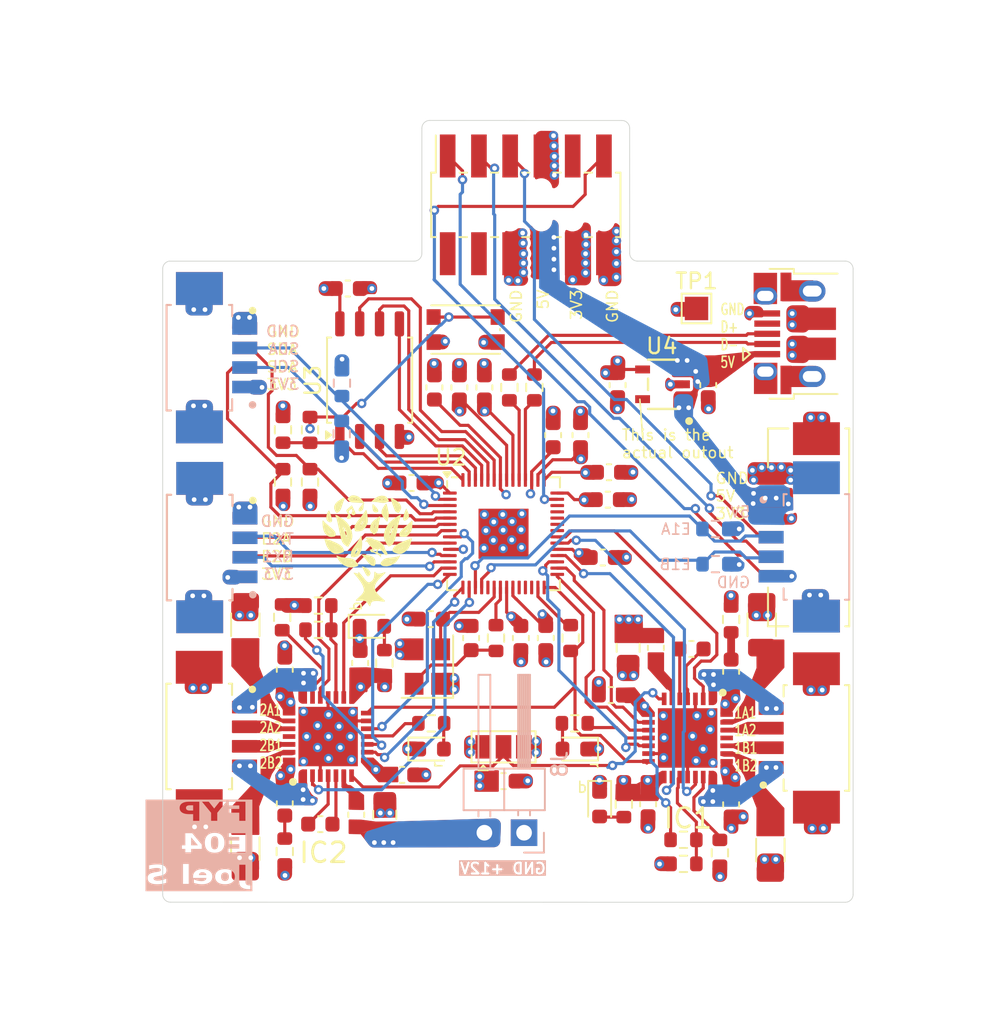
<source format=kicad_pcb>
(kicad_pcb (version 20240108) (generator "pcbnew") (generator_version "8.0")
  (layers (0 "F.Cu" signal) (1 "In1.Cu" signal) (2 "In2.Cu" signal) (31 "B.Cu" signal) (34 "B.Paste" user) (35 "F.Paste" user) (36 "B.SilkS" user "B.Silkscreen") (37 "F.SilkS" user "F.Silkscreen") (38 "B.Mask" user) (39 "F.Mask" user) (44 "Edge.Cuts" user))
  (net 0 "")
  (net 1 "+3V3")
  (net 2 "GND")
  (net 3 "+1V1")
  (net 4 "Net-(C13-Pad2)")
  (net 5 "Net-(U2-XIN)")
  (net 6 "+5V")
  (net 7 "+12V")
  (net 8 "Net-(C21-Pad2)")
  (net 9 "Net-(C28-Pad2)")
  (net 10 "Net-(D1-A)")
  (net 11 "Net-(D2-A)")
  (net 12 "Net-(D3-A)")
  (net 13 "Net-(D4-A)")
  (net 14 "Net-(IC1-VREF)")
  (net 15 "Motor1B2")
  (net 17 "Motor1B1")
  (net 18 "UART_RX_TMC2209")
  (net 19 "MS1B")
  (net 20 "EN1")
  (net 21 "INDEX1")
  (net 22 "Motor1A2")
  (net 23 "Motor1A1")
  (net 24 "DIR1")
  (net 25 "MS1A")
  (net 26 "/FYP_P2_2_TMC2209/SPREAD ")
  (net 27 "STEP1")
  (net 28 "Net-(IC2-VREF)")
  (net 29 "MS2B")
  (net 30 "Motor2A1")
  (net 31 "Motor2B1")
  (net 32 "MS2A")
  (net 34 "STEP2")
  (net 35 "INDEX2")
  (net 36 "EN2")
  (net 37 "Motor2A2")
  (net 38 "Motor2B2")
  (net 39 "DIR2")
  (net 40 "OUT_TX")
  (net 41 "BATT_SENSE_HV")
  (net 42 "12V_ENABLE")
  (net 43 "OUT_RX")
  (net 45 "BATT_SENSE_LV")
  (net 46 "5V_EN")
  (net 47 "TX1")
  (net 48 "RX1")
  (net 49 "SCL_PI")
  (net 50 "SDA_PI")
  (net 51 "SCL")
  (net 52 "SDA")
  (net 53 "ENCODER_2A")
  (net 54 "ENCODER_2B")
  (net 55 "ENCODER_1A")
  (net 56 "ENCODER_1B")
  (net 57 "/~{USB_BOOT}")
  (net 58 "/QSPI_SS")
  (net 59 "Net-(U2-XOUT)")
  (net 60 "Net-(U2-USB_DM)")
  (net 61 "Net-(U2-USB_DP)")
  (net 62 "UART_TX_TMC2209")
  (net 65 "/QSPI_SCLK")
  (net 69 "/QSPI_SD0")
  (net 71 "/QSPI_SD1")
  (net 72 "/QSPI_SD3")
  (net 74 "/QSPI_SD2")
  (net 77 "USB_D-")
  (net 78 "USB_D+")
  (net 81 "/FYP_P2_2_TMC2209/BRA2")
  (net 82 "/FYP_P2_2_TMC2209/BRB2")
  (net 83 "/FYP_P2_2_TMC2209/CP1_1")
  (net 84 "/FYP_P2_2_TMC2209/CP0_1")
  (net 85 "/FYP_P2_2_TMC2209/CP0_2")
  (net 86 "/FYP_P2_2_TMC2209/CP1_2")
  (net 87 "/FYP_P2_2_TMC2209/VCP_1")
  (net 88 "/FYP_P2_2_TMC2209/VCP_2")
  (net 89 "/FYP_P2_2_TMC2209/BRA1")
  (net 90 "/FYP_P2_2_TMC2209/BRB1")
  (net 91 "/FYP_P2_2_TMC2209/STDBY_1")
  (net 92 "/FYP_P2_2_TMC2209/STDBY_2")
  (net 93 "5VOUT_1")
  (net 94 "5VOUT_2")
  (net 95 "/FYP_P2_2_TMC2209/DIAG_1")
  (net 96 "/FYP_P2_2_TMC2209/DIAG_2")
  (footprint "Crystal:Crystal_SMD_3225-4Pin_3.2x2.5mm" (layer "F.Cu") (at 114.55 103.025 90)
    (property "Reference" "Y1" (hide yes))
    (property "Value" "Crystal_GND24")
  )
  (footprint "Package_SO:SOIC-8_5.23x5.23mm_P1.27mm" (layer "F.Cu") (at 110.855 84.71 90)
    (property "Reference" "U3")
    (property "Value" "W25Q128JVS")
  )
  (footprint "Resistor_SMD:R_0603_1608Metric" (layer "F.Cu") (at 107.04 91.225 -90)
    (property "Reference" "R3" (hide yes))
    (property "Value" "4k7")
  )
  (footprint "Capacitor_SMD:C_0603_1608Metric" (layer "F.Cu") (at 133.99 103.3525 90)
    (property "Reference" "C21" (hide yes))
    (property "Value" "1u")
  )
  (footprint "Capacitor_SMD:C_0603_1608Metric" (layer "F.Cu") (at 126.295 104.845 180)
    (property "Reference" "C23" (hide yes))
    (property "Value" "2u2")
  )
  (footprint "Capacitor_SMD:C_0603_1608Metric" (layer "F.Cu") (at 119.425 110.35)
    (property "Reference" "C31" (hide yes))
    (property "Value" "4U7")
  )
  (footprint "MountingHole:MountingHole_2.2mm_M2" (layer "F.Cu") (at 124.89 115.8)
    (property "Reference" "H1" (hide yes))
    (property "Value" "MountingHole")
  )
  (footprint "0532610671:MOLEX_532610671" (layer "F.Cu") (at 138.95 94.125 90)
    (property "Reference" "J7" (hide yes))
    (property "Value" "532610671")
  )
  (footprint "Resistor_SMD:R_0603_1608Metric" (layer "F.Cu") (at 105.26 99.875 90)
    (property "Reference" "R22" (hide yes))
    (property "Value" "100k")
  )
  (footprint "Resistor_SMD:R_1206_3216Metric" (layer "F.Cu") (at 102.9 114.675 90)
    (property "Reference" "R27" (hide yes))
    (property "Value" "150m")
  )
  (footprint "0532610471:MOLEX_0532610471" (layer "F.Cu") (at 102.86 83.275 -90)
    (property "Reference" "J15" (hide yes))
    (property "Value" "0532610471")
  )
  (footprint "Capacitor_SMD:C_0603_1608Metric" (layer "F.Cu") (at 105.425 111.775 -90)
    (property "Reference" "C28" (hide yes))
    (property "Value" "1u")
  )
  (footprint "Resistor_SMD:R_0603_1608Metric" (layer "F.Cu") (at 107.04 87.89 90)
    (property "Reference" "R8" (hide yes))
    (property "Value" "1k")
  )
  (footprint "" (layer "F.Cu") (at 123.85 74.5)
    (property "Reference" "")
    (property "Value" "")
  )
  (footprint "Capacitor_SMD:C_0603_1608Metric" (layer "F.Cu") (at 125.775 96.05)
    (property "Reference" "C3" (hide yes))
    (property "Value" "100n")
  )
  (footprint "Capacitor_SMD:C_0603_1608Metric" (layer "F.Cu") (at 117.35 101.2 -90)
    (property "Reference" "C13" (hide yes))
    (property "Value" "15p")
  )
  (footprint "TMC2209-LA:QFN50P500X500X90-29N" (layer "F.Cu") (at 131.205 107.59 -90)
    (property "Reference" "IC1")
    (property "Value" "TMC2209-LA" (hide yes))
  )
  (footprint "Resistor_SMD:R_0603_1608Metric" (layer "F.Cu") (at 133.27 114.935 -90)
    (property "Reference" "R15" (hide yes))
    (property "Value" "100k")
  )
  (footprint "Resistor_SMD:R_0603_1608Metric" (layer "F.Cu") (at 133.99 100.01 90)
    (property "Reference" "R16" (hide yes))
    (property "Value" "1k1")
  )
  (footprint "LED_SMD:LED_0603_1608Metric" (layer "F.Cu") (at 114.82 108.3)
    (property "Reference" "D4" (hide yes))
    (property "Value" "white")
  )
  (footprint "Capacitor_SMD:C_0603_1608Metric" (layer "F.Cu") (at 120.535 101.2 -90)
    (property "Reference" "C5" (hide yes))
    (property "Value" "100n")
  )
  (footprint "Capacitor_SMD:C_0603_1608Metric" (layer "F.Cu") (at 132.525 85.025 -90)
    (property "Reference" "C15" (hide yes))
    (property "Value" "4u7")
  )
  (footprint "Capacitor_SMD:C_0603_1608Metric" (layer "F.Cu") (at 114.77 99.99 180)
    (property "Reference" "C14" (hide yes))
    (property "Value" "15p")
  )
  (footprint "0532610471:MOLEX_0532610471" (layer "F.Cu") (at 102.85 107.495 -90)
    (property "Reference" "J9" (hide yes))
    (property "Value" "0532610471")
  )
  (footprint "0532610471:MOLEX_0532610471" (layer "F.Cu") (at 136.55 107.59 90)
    (property "Reference" "J14" (hide yes))
    (property "Value" "0532610471")
  )
  (footprint "LOGO" (layer "F.Cu") (at 110.75 95.45)
    (property "Reference" "G***" (hide yes))
    (property "Value" "LOGO" (hide yes))
  )
  (footprint "Capacitor_SMD:C_0805_2012Metric" (layer "F.Cu") (at 111.825 112.5 90)
    (property "Reference" "C27" (hide yes))
    (property "Value" "10u")
  )
  (footprint "Resistor_SMD:R_1206_3216Metric" (layer "F.Cu") (at 102.9 100.35 -90)
    (property "Reference" "R28" (hide yes))
    (property "Value" "150m")
  )
  (footprint "Capacitor_SMD:C_0603_1608Metric" (layer "F.Cu") (at 126.725 85.025 -90)
    (property "Reference" "C17" (hide yes))
    (property "Value" "4u7")
  )
  (footprint "Capacitor_SMD:C_0603_1608Metric" (layer "F.Cu") (at 126.1 92.35)
    (property "Reference" "C4" (hide yes))
    (property "Value" "100n")
  )
  (footprint "Resistor_SMD:R_0603_1608Metric" (layer "F.Cu") (at 111.8 102.7975 90)
    (property "Reference" "R20" (hide yes))
    (property "Value" "1k")
  )
  (footprint "Capacitor_SMD:C_0603_1608Metric" (layer "F.Cu") (at 124.35 88.225 90)
    (property "Reference" "C8" (hide yes))
    (property "Value" "1u")
  )
  (footprint "Capacitor_SMD:C_0603_1608Metric" (layer "F.Cu") (at 105.425 103.225 90)
    (property "Reference" "C25" (hide yes))
    (property "Value" "100n")
  )
  (footprint "Capacitor_SMD:C_0603_1608Metric" (layer "F.Cu") (at 126.175 90.6)
    (property "Reference" "C1" (hide yes))
    (property "Value" "100n")
  )
  (footprint "Resistor_SMD:R_0603_1608Metric" (layer "F.Cu") (at 105.31 87.885 -90)
    (property "Reference" "R9" (hide yes))
    (property "Value" "DNF")
  )
  (footprint "Resistor_SMD:R_0603_1608Metric" (layer "F.Cu") (at 121.4 85.175 90)
    (property "Reference" "R11" (hide yes))
    (property "Value" "27")
  )
  (footprint "Capacitor_SMD:C_0603_1608Metric" (layer "F.Cu") (at 118.2 85.175 90)
    (property "Reference" "C7" (hide yes))
    (property "Value" "100n")
  )
  (footprint "Capacitor_SMD:C_0603_1608Metric" (layer "F.Cu") (at 110.25 102.7975 90)
    (property "Reference" "C24" (hide yes))
    (property "Value" "100n")
  )
  (footprint "Capacitor_SMD:C_0603_1608Metric" (layer "F.Cu") (at 116.6 85.175 90)
    (property "Reference" "C2" (hide yes))
    (property "Value" "100n")
  )
  (footprint "Resistor_SMD:R_0603_1608Metric" (layer "F.Cu") (at 107.575 100.675 180)
    (property "Reference" "R25" (hide yes))
    (property "Value" "R1")
  )
  (footprint "Capacitor_SMD:C_0603_1608Metric" (layer "F.Cu") (at 112.94 109.95)
    (property "Reference" "C30" (hide yes))
    (property "Value" "2u2")
  )
  (footprint "0532610471:MOLEX_0532610471" (layer "F.Cu") (at 102.88 95.415 -90)
    (property "Reference" "J5" (hide yes))
    (property "Value" "0532610471")
  )
  (footprint "TMC2209-LA:QFN50P500X500X90-29N" (layer "F.Cu") (at 108.2 107.5 90)
    (property "Reference" "IC2")
    (property "Value" "TMC2209-LA" (hide yes))
  )
  (footprint "Connector_USB:USB_Micro-B_Amphenol_10103594-0001LF_Horizontal" (layer "F.Cu") (at 138.065 81.72 90)
    (property "Reference" "J12" (hide yes))
    (property "Value" "USB_B_Micro")
  )
  (footprint "Capacitor_SMD:C_0603_1608Metric" (layer "F.Cu") (at 113.535 91.284841 180)
    (property "Reference" "C6" (hide yes))
    (property "Value" "100n")
  )
  (footprint "LED_SMD:LED_0603_1608Metric" (layer "F.Cu") (at 125.575 111.825 -90)
    (property "Reference" "D1" (hide yes))
    (property "Value" "Blue")
  )
  (footprint "LED_SMD:LED_0603_1608Metric" (layer "F.Cu") (at 123.9875 108.3 180)
    (property "Reference" "D2" (hide yes))
    (property "Value" "white")
  )
  (footprint "Resistor_SMD:R_0603_1608Metric" (layer "F.Cu") (at 119.8 85.175 -90)
    (property "Reference" "R12" (hide yes))
    (property "Value" "27")
  )
  (footprint "Package_DFN_QFN:QFN-56-1EP_7x7mm_P0.4mm_EP3.2x3.2mm" (layer "F.Cu") (at 119.425 94.53)
    (property "Reference" "U2")
    (property "Value" "RP2040")
  )
  (footprint "Capacitor_SMD:C_0603_1608Metric" (layer "F.Cu") (at 109.46 78.85)
    (property "Reference" "C12" (hide yes))
    (property "Value" "100n")
  )
  (footprint "" (layer "F.Cu") (at 121.85 72.5)
    (property "Reference" "")
    (property "Value" "")
  )
  (footprint "TestPoint:TestPoint_Pad_1.5x1.5mm" (layer "F.Cu") (at 131.775 80.125)
    (property "Reference" "TP1")
    (property "Value" "TestPoint")
  )
  (footprint "Capacitor_SMD:C_0603_1608Metric" (layer "F.Cu") (at 133.99 111.84 -90)
    (property "Reference" "C18" (hide yes))
    (property "Value" "100n")
  )
  (footprint "" (layer "F.Cu") (at 117.85 72.5)
    (property "Reference" "")
    (property "Value" "")
  )
  (footprint "" (layer "F.Cu") (at 119.85 72.5)
    (property "Reference" "")
    (property "Value" "")
  )
  (footprint "Resistor_SMD:R_0603_1608Metric" (layer "F.Cu") (at 105.425 114.85 -90)
    (property "Reference" "R23" (hide yes))
    (property "Value" "1k1")
  )
  (footprint "Resistor_SMD:R_0603_1608Metric" (layer "F.Cu") (at 114.8 106.655 180)
    (property "Reference" "R26" (hide yes))
    (property "Value" "220")
  )
  (footprint "Resistor_SMD:R_0603_1608Metric" (layer "F.Cu") (at 123.72 101.2 -90)
    (property "Reference" "R14" (hide yes))
    (property "Value" "1k")
  )
  (footprint "Resistor_SMD:R_0603_1608Metric" (layer "F.Cu") (at 105.31 91.225 -90)
    (property "Reference" "R5" (hide yes))
    (property "Value" "4k7")
  )
  (footprint "Button_Switch_SMD:SW_Push_1P1T_NO_CK_KMR2" (layer "F.Cu") (at 117 81.475)
    (property "Reference" "SW1" (hide yes))
    (property "Value" "SW_Push")
  )
  (footprint "Resistor_SMD:R_1206_3216Metric" (layer "F.Cu") (at 135.95 100.35 -90)
    (property "Reference" "R29" (hide yes))
    (property "Value" "150m")
  )
  (footprint "" (layer "F.Cu") (at 117.85 74.5)
    (property "Reference" "")
    (property "Value" "")
  )
  (footprint "Resistor_SMD:R_0603_1608Metric" (layer "F.Cu") (at 123.9875 106.655)
    (property "Reference" "R19" (hide yes))
    (property "Value" "220")
  )
  (footprint "Capacitor_SMD:C_0603_1608Metric" (layer "F.Cu") (at 128.675 111.825 -90)
    (property "Reference" "C16" (hide yes))
    (property "Value" "100n")
  )
  (footprint "Capacitor_SMD:C_0603_1608Metric" (layer "F.Cu") (at 107.7 113.1 180)
    (property "Reference" "C26" (hide yes))
    (property "Value" "22u")
  )
  (footprint "Capacitor_SMD:C_0603_1608Metric" (layer "F.Cu") (at 122.6 88.225 90)
    (property "Reference" "C11" (hide yes))
    (property "Value" "1u")
  )
  (footprint "Jumper:SolderJumper-3_P1.3mm_Open_Pad1.0x1.5mm" (layer "F.Cu") (at 119.425 108.1575)
    (property "Reference" "J13" (hide yes))
    (property "Value" "Conn_01x03_Pin")
  )
  (footprint "Capacitor_SMD:C_0805_2012Metric" (layer "F.Cu") (at 127.4 101.825 -90)
    (property "Reference" "C20" (hide yes))
    (property "Value" "10u")
  )
  (footprint "" (layer "F.Cu") (at 115.85 74.5)
    (property "Reference" "")
    (property "Value" "")
  )
  (footprint "" (layer "F.Cu") (at 119.85 74.5)
    (property "Reference" "")
    (property "Value" "")
  )
  (footprint "Resistor_SMD:R_0603_1608Metric" (layer "F.Cu") (at 118.9425 101.2 90)
    (property "Reference" "R10" (hide yes))
    (property "Value" "1k")
  )
  (footprint "Resistor_SMD:R_1206_3216Metric" (layer "F.Cu") (at 136.5 114.7625 90)
    (property "Reference" "R1" (hide yes))
    (property "Value" "150m")
  )
  (footprint "Resistor_SMD:R_0603_1608Metric" (layer "F.Cu") (at 127.125 111.825 -90)
    (property "Reference" "R13" (hide yes))
    (property "Value" "1k")
  )
  (footprint "" (layer "F.Cu") (at 125.85 72.5)
    (property "Reference" "")
    (property "Value" "")
  )
  (footprint "Capacitor_SMD:C_0603_1608Metric" (layer "F.Cu") (at 122.1275 101.2 -90)
    (property "Reference" "C10" (hide yes))
    (property "Value" "100n")
  )
  (footprint "Capacitor_SMD:C_0603_1608Metric" (layer "F.Cu") (at 115 85.175 90)
    (property "Reference" "C9" (hide yes))
    (property "Value" "100n")
  )
  (footprint "" (layer "F.Cu") (at 121.85 74.5)
    (property "Reference" "")
    (property "Value" "")
  )
  (footprint "Resistor_SMD:R_0603_1608Metric" (layer "F.Cu") (at 130.94 115.64)
    (property "Reference" "R17" (hide yes))
    (property "Value" "R2")
  )
  (footprint "SV_CAT6219-330TDGT3:TSOT23-5_ONS" (layer "F.Cu") (at 129.60135 84.975001 180)
    (property "Reference" "U4")
    (property "Value" "CAT6219-330TDGT3")
  )
  (footprint "Connector_PinSocket_2.00mm:PinSocket_2x06_P2.00mm_Vertical_SMD" (layer "F.Cu") (at 120.85 73.5 90)
    (property "Reference" "J2" (hide yes))
    (property "Value" "Conn_02x06_Odd_Even")
  )
  (footprint "" (layer "F.Cu") (at 115.85 72.5)
    (property "Reference" "")
    (property "Value" "")
  )
  (footprint "" (layer "F.Cu") (at 123.85 72.5)
    (property "Reference" "")
    (property "Value" "")
  )
  (footprint "Capacitor_SMD:C_0603_1608Metric" (layer "F.Cu") (at 131.45 101.9)
    (property "Reference" "C19" (hide yes))
    (property "Value" "22u")
  )
  (footprint "Capacitor_SMD:C_0603_1608Metric" (layer "F.Cu") (at 129.175 101.825 -90)
    (property "Reference" "C22" (hide yes))
    (property "Value" "100n")
  )
  (footprint "" (layer "F.Cu") (at 125.85 74.5)
    (property "Reference" "")
    (property "Value" "")
  )
  (footprint "Resistor_SMD:R_0603_1608Metric" (layer "F.Cu") (at 107.575 99.125)
    (property "Reference" "R24" (hide yes))
    (property "Value" "R2")
  )
  (footprint "Capacitor_SMD:C_0603_1608Metric" (layer "F.Cu") (at 110 112.5 90)
    (property "Reference" "C29" (hide yes))
    (property "Value" "100n")
  )
  (footprint "LED_SMD:LED_0603_1608Metric" (layer "F.Cu") (at 111 100.45)
    (property "Reference" "D3" (hide yes))
    (property "Value" "Blue")
  )
  (footprint "Resistor_SMD:R_0603_1608Metric" (layer "F.Cu") (at 130.94 114.1 180)
    (property "Reference" "R18" (hide yes))
    (property "Value" "R1")
  )
  (footprint "Resistor_SMD:R_0603_1608Metric" (layer "B.Cu") (at 109.067944 88.138276 -90)
    (property "Reference" "R2" (hide yes))
    (property "Value" "4k7")
  )
  (footprint "0532610471:MOLEX_0532610471" (layer "B.Cu") (at 136.55 95.375 -90)
    (property "Reference" "J6" (hide yes))
    (property "Value" "0532610471")
  )
  (footprint "Resistor_SMD:R_0603_1608Metric" (layer "B.Cu") (at 132.985 96.475)
    (property "Reference" "R7" (hide yes))
    (property "Value" "4K7")
  )
  (footprint "0532610471:MOLEX_0532610471" (layer "B.Cu") (at 102.86 83.275 90)
    (property "Reference" "J3" (hide yes))
    (property "Value" "0532610471")
  )
  (footprint "Resistor_SMD:R_0603_1608Metric" (layer "B.Cu") (at 132.98 94.225)
    (property "Reference" "R6" (hide yes))
    (property "Value" "4K7")
  )
  (footprint "Connector_PinHeader_2.54mm:PinHeader_1x02_P2.54mm_Horizontal" (layer "B.Cu") (at 120.74 113.65 90)
    (property "Reference" "J8")
    (property "Value" "Conn_01x02")
  )
  (footprint "0532610471:MOLEX_0532610471" (layer "B.Cu") (at 102.88 95.415 90)
    (property "Reference" "J4" (hide yes))
    (property "Value" "0532610471")
  )
  (footprint "Resistor_SMD:R_0603_1608Metric" (layer "B.Cu") (at 109.082056 84.901724 90)
    (property "Reference" "R4" (hide yes))
    (property "Value" "4k7")
  )
  (gr_line (start 128.15 85.93) (end 128.32 88.24) (stroke (width 0.1)) (layer "F.SilkS"))
  (gr_arc (start 141.296447 77.096447) (mid 141.65 77.242894) (end 141.796447 77.596447) (stroke (width 0.05)) (layer "Edge.Cuts"))
  (gr_line (start 97.611671 117.591994) (end 97.611671 77.591994) (stroke (width 0.05)) (layer "Edge.Cuts"))
  (gr_line (start 98.013613 77.101704) (end 113.7 77.1) (stroke (width 0.05)) (layer "Edge.Cuts"))
  (gr_arc (start 114.2 68.6) (mid 114.346447 68.246447) (end 114.7 68.1) (stroke (width 0.05)) (layer "Edge.Cuts"))
  (gr_line (start 128 77.096447) (end 141.296447 77.096447) (stroke (width 0.05)) (layer "Edge.Cuts"))
  (gr_line (start 114.7 68.1) (end 126.996447 68.103553) (stroke (width 0.05)) (layer "Edge.Cuts"))
  (gr_line (start 141.296447 118.096447) (end 98.111671 118.091994) (stroke (width 0.05)) (layer "Edge.Cuts"))
  (gr_arc (start 126.996447 68.103553) (mid 127.35 68.25) (end 127.496447 68.603553) (stroke (width 0.05)) (layer "Edge.Cuts"))
  (gr_arc (start 97.611671 77.591994) (mid 97.725 77.275) (end 98.013613 77.101704) (stroke (width 0.05)) (layer "Edge.Cuts"))
  (gr_arc (start 98.111671 118.091994) (mid 97.758118 117.945547) (end 97.611671 117.591994) (stroke (width 0.05)) (layer "Edge.Cuts"))
  (gr_arc (start 141.796447 117.596447) (mid 141.65 117.95) (end 141.296447 118.096447) (stroke (width 0.05)) (layer "Edge.Cuts"))
  (gr_line (start 127.496447 68.603553) (end 127.5 76.596447) (stroke (width 0.05)) (layer "Edge.Cuts"))
  (gr_line (start 141.796447 77.596447) (end 141.796447 117.596447) (stroke (width 0.05)) (layer "Edge.Cuts"))
  (gr_line (start 114.2 76.6) (end 114.2 68.6) (stroke (width 0.05)) (layer "Edge.Cuts"))
  (gr_arc (start 114.2 76.6) (mid 114.053553 76.953553) (end 113.7 77.1) (stroke (width 0.05)) (layer "Edge.Cuts"))
  (gr_arc (start 128 77.096447) (mid 127.646447 76.95) (end 127.5 76.596447) (stroke (width 0.05)) (layer "Edge.Cuts"))
  (gr_text "FYP\nE04\nJoel S\n" (at 103.1 117.125 0) (layer "B.SilkS" knockout) (effects (font (size 1.2 1.5) (thickness 0.24) (bold yes)) (justify left bottom mirror)))
  (gr_text "GND\nTX1\nRX1\n3V3\n" (at 106.075 97.525 0) (layer "B.SilkS") (effects (font (size 0.7 0.7) (thickness 0.1)) (justify left bottom mirror)))
  (gr_text "5V\n\n\n\nGND" (at 135.275 98.05 0) (layer "B.SilkS") (effects (font (size 0.7 0.7) (thickness 0.1)) (justify left bottom mirror)))
  (gr_text "\nE1A\n\nE1B\n\n" (at 131.475 98.025 0) (layer "B.SilkS") (effects (font (size 0.7 0.7) (thickness 0.1)) (justify left bottom mirror)))
  (gr_text " GND +12V" (at 122.75 116.35 0) (layer "B.SilkS" knockout) (effects (font (size 0.7 0.7) (thickness 0.14) (bold yes)) (justify left bottom mirror)))
  (gr_text "GND\nSDA\nSCL\n3V3\n" (at 106.425 85.375 0) (layer "B.SilkS") (effects (font (size 0.7 0.7) (thickness 0.1)) (justify left bottom mirror)))
  (gr_text "GND\n" (at 120.65 81.116666 90) (layer "F.SilkS") (effects (font (size 0.7 0.7) (thickness 0.1)) (justify left bottom)))
  (gr_text "r" (at 115.575 109.6 90) (layer "F.SilkS") (effects (font (size 0.7 0.7) (thickness 0.1)) (justify left bottom)))
  (gr_text "GND\n5V\n3V3" (at 132.925 93.65 0) (layer "F.SilkS") (effects (font (size 0.7 0.7) (thickness 0.1)) (justify left bottom)))
  (gr_text "r" (at 124.9 109.05 -90) (layer "F.SilkS") (effects (font (size 0.7 0.7) (thickness 0.1)) (justify left bottom)))
  (gr_text "3V3\n" (at 124.5 80.916667 90) (layer "F.SilkS") (effects (font (size 0.7 0.7) (thickness 0.1)) (justify left bottom)))
  (gr_text "2A1\n2A2\n2B1\n2B2" (at 103.75 109.6 0) (layer "F.SilkS") (effects (font (size 0.7 0.5) (thickness 0.1)) (justify left bottom)))
  (gr_text "b" (at 124.075 111.15 0) (layer "F.SilkS") (effects (font (size 0.7 0.7) (thickness 0.1)) (justify left bottom)))
  (gr_text "This is the \nactual outout" (at 126.94 89.75 0) (layer "F.SilkS") (effects (font (size 0.7 0.7) (thickness 0.1)) (justify left bottom)))
  (gr_text "GND\n" (at 126.8 81.116666 90) (layer "F.SilkS") (effects (font (size 0.7 0.7) (thickness 0.1)) (justify left bottom)))
  (gr_text "GND\nE2A\nE2B\n3V3" (at 103.85 97.525 0) (layer "F.SilkS") (effects (font (size 0.7 0.7) (thickness 0.1)) (justify left bottom)))
  (gr_text "GND\nD+\nD-\n5V" (at 133.25 83.975 0) (layer "F.SilkS") (effects (font (size 0.7 0.5) (thickness 0.1)) (justify left bottom)))
  (gr_text "5V" (at 122.375 80.25 90) (layer "F.SilkS") (effects (font (size 0.7 0.7) (thickness 0.1)) (justify left bottom)))
  (gr_text "GND\nSDA\nSDA\n3V3" (at 104.2 85.4 0) (layer "F.SilkS") (effects (font (size 0.7 0.7) (thickness 0.1)) (justify left bottom)))
  (gr_text "1A1\n1A2\n1B1\n1B2" (at 134.15 109.775 0) (layer "F.SilkS") (effects (font (size 0.7 0.5) (thickness 0.1)) (justify left bottom)))
  (gr_text "b" (at 110.4 99.55 90) (layer "F.SilkS") (effects (font (size 0.7 0.7) (thickness 0.1)) (justify left bottom)))
  (segment (start 121.625 91.0925) (end 121.625 90.75) (width 0.2) (layer "F.Cu") (net 1))
  (segment (start 116.7 85.95) (end 116.6 85.95) (width 0.2) (layer "F.Cu") (net 1))
  (segment (start 120.025 88.225) (end 118.2 86.4) (width 0.2) (layer "F.Cu") (net 1))
  (segment (start 125 96.05) (end 124.35 96.05) (width 0.2) (layer "F.Cu") (net 1))
  (segment (start 118.2 86.4) (end 118.2 85.95) (width 0.2) (layer "F.Cu") (net 1))
  (segment (start 119.625 91.0925) (end 119.625 88.875) (width 0.2) (layer "F.Cu") (net 1))
  (segment (start 116.845 95.53) (end 116.85 95.525) (width 0.2) (layer "F.Cu") (net 1))
  (segment (start 108.95 79.115) (end 108.95 81.11) (width 0.2) (layer "F.Cu") (net 1))
  (segment (start 120.5 100) (end 120.075 100) (width 0.2) (layer "F.Cu") (net 1))
  (segment (start 128.325 84.025) (end 126.95 84.025) (width 0.2) (layer "F.Cu") (net 1))
  (segment (start 123.54 91.93) (end 123.96 92.35) (width 0.2) (layer "F.Cu") (net 1))
  (segment (start 123.8 89.8) (end 124.35 89.25) (width 0.2) (layer "F.Cu") (net 1))
  (segment (start 121.625 90.75) (end 122.575 89.8) (width 0.2) (layer "F.Cu") (net 1))
  (segment (start 115.342341 91.284841) (end 115.9875 91.93) (width 0.2) (layer "F.Cu") (net 1))
  (segment (start 108.685 78.85) (end 108.95 79.115) (width 0.2) (layer "F.Cu") (net 1))
  (segment (start 124.35 89.25) (end 124.35 89) (width 0.2) (layer "F.Cu") (net 1))
  (segment (start 120.025 91.0925) (end 120.025 88.225) (width 0.2) (layer "F.Cu") (net 1))
  (segment (start 125.4 90.6) (end 122.5175 90.6) (width 0.2) (layer "F.Cu") (net 1))
  (segment (start 122.575 89.8) (end 123.8 89.8) (width 0.2) (layer "F.Cu") (net 1))
  (segment (start 119.625 88.875) (end 116.7 85.95) (width 0.2) (layer "F.Cu") (net 1))
  (segment (start 105.625 91.765) (end 105.39 91.765) (width 0.2) (layer "F.Cu") (net 1))
  (segment (start 120.075 100) (end 119.625 99.55) (width 0.2) (layer "F.Cu") (net 1))
  (segment (start 122.5175 90.6) (end 122.025 91.0925) (width 0.2) (layer "F.Cu") (net 1))
  (segment (start 123.83 95.53) (end 122.8625 95.53) (width 0.2) (layer "F.Cu") (net 1))
  (segment (start 123.96 92.35) (end 125.325 92.35) (width 0.2) (layer "F.Cu") (net 1))
  (segment (start 126.95 84.025) (end 126.725 84.25) (width 0.2) (layer "F.Cu") (net 1))
  (segment (start 115.9875 95.53) (end 116.845 95.53) (width 0.2) (layer "F.Cu") (net 1))
  (segment (start 124.35 96.05) (end 123.83 95.53) (width 0.2) (layer "F.Cu") (net 1))
  (segment (start 119.625 99.55) (end 119.625 97.9675) (width 0.2) (layer "F.Cu") (net 1))
  (segment (start 122.8625 91.93) (end 123.54 91.93) (width 0.2) (layer "F.Cu") (net 1))
  (via (at 109.057944 89.683276) (size 0.6) (drill 0.3) (layers "F.Cu" "B.Cu") (net 1))
  (via (at 105.325 92.775) (size 0.6) (drill 0.3) (layers "F.Cu" "B.Cu") (net 1))
  (via (at 124.375 89.75) (size 0.6) (drill 0.3) (layers "F.Cu" "B.Cu") (net 1))
  (via (at 117.3 108.5) (size 0.6) (drill 0.3) (layers "F.Cu" "B.Cu") (net 1))
  (via (at 126.725 83.475) (size 0.6) (drill 0.3) (layers "F.Cu" "B.Cu") (net 1))
  (via (at 134.51 96.5) (size 0.6) (drill 0.3) (layers "F.Cu" "B.Cu") (net 1))
  (via (at 103.97 85.17) (size 0.6) (drill 0.3) (layers "F.Cu" "B.Cu") (net 1))
  (via (at 124.7 76.025) (size 0.6) (drill 0.3) (layers "F.Cu" "B.Cu") (net 1))
  (via (at 124.25 95.75) (size 0.6) (drill 0.3) (layers "F.Cu" "B.Cu") (net 1))
  (via (at 128.65 110.3) (size 0.6) (drill 0.3) (layers "F.Cu" "B.Cu") (net 1))
  (via (at 125.95 84.25) (size 0.6) (drill 0.3) (layers "F.Cu" "B.Cu") (net 1))
  (via (at 117.3 107.825) (size 0.6) (drill 0.3) (layers "F.Cu" "B.Cu") (net 1))
  (via (at 105.3 86.35) (size 0.6) (drill 0.3) (layers "F.Cu" "B.Cu") (net 1))
  (via (at 124.675 77.85) (size 0.6) (drill 0.3) (layers "F.Cu" "B.Cu") (net 1))
  (via (at 123.85 78.3) (size 0.6) (drill 0.3) (layers "F.Cu" "B.Cu") (net 1))
  (via (at 134.51 94.225) (size 0.6) (drill 0.3) (layers "F.Cu" "B.Cu") (net 1))
  (via (at 124.7 75.425) (size 0.6) (drill 0.3) (layers "F.Cu" "B.Cu") (net 1))
  (via (at 101.775 97.325) (size 0.6) (drill 0.3) (layers "F.Cu" "B.Cu") (net 1))
  (via (at 109.092056 83.366724) (size 0.6) (drill 0.3) (layers "F.Cu" "B.Cu") (net 1))
  (via (at 124.675 76.625) (size 0.6) (drill 0.3) (layers "F.Cu" "B.Cu") (net 1))
  (via (at 116.6 86.7) (size 0.6) (drill 0.3) (layers "F.Cu" "B.Cu") (net 1))
  (via (at 124.675 77.225) (size 0.6) (drill 0.3) (layers "F.Cu" "B.Cu") (net 1))
  (via (at 137.85 93.55) (size 0.6) (drill 0.3) (layers "F.Cu" "B.Cu") (net 1))
  (via (at 110.275 104.325) (size 0.6) (drill 0.3) (layers "F.Cu" "B.Cu") (net 1))
  (via (at 107.925 78.85) (size 0.6) (drill 0.3) (layers "F.Cu" "B.Cu") (net 1))
  (via (at 124.575025 92.371855) (size 0.6) (drill 0.3) (layers "F.Cu" "B.Cu") (net 1))
  (via (at 115.275 91.275) (size 0.6) (drill 0.3) (layers "F.Cu" "B.Cu") (net 1))
  (via (at 124.665 90.625) (size 0.6) (drill 0.3) (layers "F.Cu" "B.Cu") (net 1))
  (via (at 111.825 104.325) (size 0.6) (drill 0.3) (layers "F.Cu" "B.Cu") (net 1))
  (via (at 119.9 99.825) (size 0.6) (drill 0.3) (layers "F.Cu" "B.Cu") (net 1))
  (via (at 127.1 110.3) (size 0.6) (drill 0.3) (layers "F.Cu" "B.Cu") (net 1))
  (via (at 116.85 95.525) (size 0.6) (drill 0.3) (layers "F.Cu" "B.Cu") (net 1))
  (via (at 118.21846 86.697326) (size 0.6) (drill 0.3) (layers "F.Cu" "B.Cu") (net 1))
  (via (at 107.05 92.775) (size 0.6) (drill 0.3) (layers "F.Cu" "B.Cu") (net 1))
  (segment (start 130.205 108.59) (end 131.205 107.59) (width 0.2) (layer "F.Cu") (net 2))
  (segment (start 131.205 110.09) (end 131.205 107.59) (width 0.2) (layer "F.Cu") (net 2))
  (segment (start 108.2 105) (end 108.2 107.5) (width 0.2) (layer "F.Cu") (net 2))
  (segment (start 107.7 108) (end 108.2 107.5) (width 0.2) (layer "F.Cu") (net 2))
  (segment (start 110.7 106.5) (end 109.2 106.5) (width 0.2) (layer "F.Cu") (net 2))
  (segment (start 107.7 110) (end 107.7 108) (width 0.2) (layer "F.Cu") (net 2))
  (segment (start 122.09 102.085) (end 122.2 101.975) (width 0.2) (layer "F.Cu") (net 2))
  (segment (start 131.705 107.09) (end 131.205 107.59) (width 0.2) (layer "F.Cu") (net 2))
  (segment (start 117.35 100.425) (end 117.35 100.435) (width 0.2) (layer "F.Cu") (net 2))
  (segment (start 131.705 105.09) (end 131.705 107.09) (width 0.2) (layer "F.Cu") (net 2))
  (segment (start 109.2 106.5) (end 108.2 107.5) (width 0.2) (layer "F.Cu") (net 2))
  (segment (start 115.2 84.45) (end 114.8 84.05) (width 0.2) (layer "F.Cu") (net 2))
  (segment (start 128.705 108.59) (end 130.205 108.59) (width 0.2) (layer "F.Cu") (net 2))
  (via (at 137.9 80.45) (size 0.6) (drill 0.3) (layers "F.Cu" "B.Cu") (net 2))
  (via (at 120.575 95.4) (size 0.6) (drill 0.3) (layers "F.Cu" "B.Cu") (net 2))
  (via (at 115.7 82.225) (size 0.6) (drill 0.3) (layers "F.Cu" "B.Cu") (net 2))
  (via (at 111 78.85) (size 0.6) (drill 0.3) (layers "F.Cu" "B.Cu") (net 2))
  (via (at 116.575 100.425) (size 0.6) (drill 0.3) (layers "F.Cu" "B.Cu") (net 2))
  (via (at 113.28 108.3) (size 0.6) (drill 0.3) (layers "F.Cu" "B.Cu") (net 2))
  (via (at 135.95 90.3) (size 0.6) (drill 0.3) (layers "F.Cu" "B.Cu") (net 2))
  (via (at 109.7 108.975) (size 0.6) (drill 0.3) (layers "F.Cu" "B.Cu") (net 2))
  (via (at 102.53 99.75) (size 0.6) (drill 0.3) (layers "F.Cu" "B.Cu") (net 2))
  (via (at 137.9 83.12) (size 0.6) (drill 0.3) (layers "F.Cu" "B.Cu") (net 2))
  (via (at 118.15 82.3) (size 0.6) (drill 0.3) (layers "F.Cu" "B.Cu") (net 2))
  (via (at 120.55 94.275) (size 0.6) (drill 0.3) (layers "F.Cu" "B.Cu") (net 2))
  (via (at 127.75 103.6) (size 0.6) (drill 0.3) (layers "F.Cu" "B.Cu") (net 2))
  (via (at 131.75 109.05) (size 0.6) (drill 0.3) (layers "F.Cu" "B.Cu") (net 2))
  (via (at 120.675 75.95) (size 0.6) (drill 0.3) (layers "F.Cu" "B.Cu") (net 2))
  (via (at 132.725 106) (size 0.6) (drill 0.3) (layers "F.Cu" "B.Cu") (net 2))
  (via (at 100.32 80.2) (size 0.6) (drill 0.3) (layers "F.Cu" "B.Cu") (net 2))
  (via (at 135.165 80.45) (size 0.6) (drill 0.3) (layers "F.Cu" "B.Cu") (net 2))
  (via (at 135.425 91.1) (size 0.6) (drill 0.3) (layers "F.Cu" "B.Cu") (net 2))
  (via (at 127.71 90.59) (size 0.6) (drill 0.3) (layers "F.Cu" "B.Cu") (net 2))
  (via (at 120.975 110.325) (size 0.6) (drill 0.3) (layers "F.Cu" "B.Cu") (net 2))
  (via (at 119.375 93.3) (size 0.6) (drill 0.3) (layers "F.Cu" "B.Cu") (net 2))
  (via (at 119.95 94.925) (size 0.6) (drill 0.3) (layers "F.Cu" "B.Cu") (net 2))
  (via (at 118.775 94.95) (size 0.6) (drill 0.3) (layers "F.Cu" "B.Cu") (net 2))
  (via (at 137.875 97.25) (size 0.6) (drill 0.3) (layers "F.Cu" "B.Cu") (net 2))
  (via (at 131.8 106.175) (size 0.6) (drill 0.3) (layers "F.Cu" "B.Cu") (net 2))
  (via (at 125.52 104.025) (size 0.6) (drill 0.3) (layers "F.Cu" "B.Cu") (net 2))
  (via (at 129.7 107.575) (size 0.6) (drill 0.3) (layers "F.Cu" "B.Cu") (net 2))
  (via (at 139.8 87.1) (size 0.6) (drill 0.3) (layers "F.Cu" "B.Cu") (net 2))
  (via (at 118.175 95.45) (size 0.6) (drill 0.3) (layers "F.Cu" "B.Cu") (net 2))
  (via (at 132.65 107.05) (size 0.6) (drill 0.3) (layers "F.Cu" "B.Cu") (net 2))
  (via (at 103.175 80.7) (size 0.6) (drill 0.3) (layers "F.Cu" "B.Cu") (net 2))
  (via (at 126.725 86.55) (size 0.6) (drill 0.3) (layers "F.Cu" "B.Cu") (net 2))
  (via (at 122.675 71.6) (size 0.6) (drill 0.3) (layers "F.Cu" "B.Cu") (net 2))
  (via (at 131.525 107.475) (size 0.6) (drill 0.3) (layers "F.Cu" "B.Cu") (net 2))
  (via (at 139.08 87.1) (size 0.6) (drill 0.3) (layers "F.Cu" "B.Cu") (net 2))
  (via (at 108.225 107.5) (size 0.6) (drill 0.3) (layers "F.Cu" "B.Cu") (net 2))
  (via (at 119.4 95.475) (size 0.6) (drill 0.3) (layers "F.Cu" "B.Cu") (net 2))
  (via (at 120.7 77.225) (size 0.6) (drill 0.3) (layers "F.Cu" "B.Cu") (net 2))
  (via (at 137.8 90.475) (size 0.6) (drill 0.3) (layers "F.Cu" "B.Cu") (net 2))
  (via (at 120.7 77.825) (size 0.6) (drill 0.3) (layers "F.Cu" "B.Cu") (net 2))
  (via (at 99.53 98.5) (size 0.6) (drill 0.3) (layers "F.Cu" "B.Cu") (net 2))
  (via (at 108.9 106.85) (size 0.6) (drill 0.3) (layers "F.Cu" "B.Cu") (net 2))
  (via (at 139.175 113.375) (size 0.6) (drill 0.3) (layers "F.Cu" "B.Cu") (net 2))
  (via (at 108.225 108.9) (size 0.6) (drill 0.3) (layers "F.Cu" "B.Cu") (net 2))
  (via (at 135.35 90.475) (size 0.6) (drill 0.3) (layers "F.Cu" "B.Cu") (net 2))
  (via (at 130.45 80.2) (size 0.6) (drill 0.3) (layers "F.Cu" "B.Cu") (net 2))
  (via (at 136.13 115.35) (size 0.6) (drill 0.3) (layers "F.Cu" "B.Cu") (net 2))
  (via (at 99.6 80.2) (size 0.6) (drill 0.3) (layers "F.Cu" "B.Cu") (net 2))
  (via (at 100.25 98.5) (size 0.6) (drill 0.3) (layers "F.Cu" "B.Cu") (net 2))
  (via (at 139.1 104.525) (size 0.6) (drill 0.3) (layers "F.Cu" "B.Cu") (net 2))
  (via (at 109.775 105.925) (size 0.6) (drill 0.3) (layers "F.Cu" "B.Cu") (net 2))
  (via (at 100.3 86.35) (size 0.6) (drill 0.3) (layers "F.Cu" "B.Cu") (net 2))
  (via (at 106.625 109.1) (size 0.6) (drill 0.3) (layers "F.Cu" "B.Cu") (net 2))
  (via (at 135.6 99.75) (size 0.6) (drill 0.3) (layers "F.Cu" "B.Cu") (net 2))
  (via (at 99.55 104.4) (size 0.6) (drill 0.3) (layers "F.Cu" "B.Cu") (net 2))
  (via (at 122.675 71) (size 0.6) (drill 0.3) (layers "F.Cu" "B.Cu") (net 2))
  (via (at 125.825 78.325) (size 0.6) (drill 0.3) (layers "F.Cu" "B.Cu") (net 2))
  (via (at 118.8 93.775) (size 0.6) (drill 0.3) (layers "F.Cu" "B.Cu") (net 2))
  (via (at 132.825 109.175) (size 0.6) (drill 0.3) (layers "F.Cu" "B.Cu") (net 2))
  (via (at 120.65 75.3) (size 0.6) (drill 0.3) (layers "F.Cu" "B.Cu") (net 2))
  (via (at 116.59 83.64) (size 0.6) (drill 0.3) (layers "F.Cu" "B.Cu") (net 2))
  (via (at 125.56 110.29) (size 0.6) (drill 0.3) (layers "F.Cu" "B.Cu") (net 2))
  (via (at 128.68 113.37) (size 0.6) (drill 0.3) (layers "F.Cu" "B.Cu") (net 2))
  (via (at 119.4 94.3) (size 0.6) (drill 0.3) (layers "F.Cu" "B.Cu") (net 2))
  (via (at 106.625 105.9) (size 0.6) (drill 0.3) (layers "F.Cu" "B.Cu") (net 2))
  (via (at 112.78 101.56) (size 0.6) (drill 0.3) (layers "F.Cu" "B.Cu") (net 2))
  (via (at 120.543094 102.730692) (size 0.6) (drill 0.3) (layers "F.Cu" "B.Cu") (net 2))
  (via (at 107.525 108.2) (size 0.6) (drill 0.3) (layers "F.Cu" "B.Cu") (net 2))
  (via (at 102.53 115.25) (size 0.6) (drill 0.3) (layers "F.Cu" "B.Cu") (net 2))
  (via (at 108.975 108.2) (size 0.6) (drill 0.3) (layers "F.Cu" "B.Cu") (net 2))
  (via (at 112.78 102.28) (size 0.6) (drill 0.3) (layers "F.Cu" "B.Cu") (net 2))
  (via (at 133.98 98.48) (size 0.6) (drill 0.3) (layers "F.Cu" "B.Cu") (net 2))
  (via (at 121.525 108.525) (size 0.6) (drill 0.3) (layers "F.Cu" "B.Cu") (net 2))
  (via (at 108.225 106.1) (size 0.6) (drill 0.3) (layers "F.Cu" "B.Cu") (net 2))
  (via (at 100.37 113.275) (size 0.6) (drill 0.3) (layers "F.Cu" "B.Cu") (net 2))
  (via (at 105.44 116.38) (size 0.6) (drill 0.3) (layers "F.Cu" "B.Cu") (net 2))
  (via (at 105.41 101.69) (size 0.6) (drill 0.3) (layers "F.Cu" "B.Cu") (net 2))
  (via (at 126.65 75.8) (size 0.6) (drill 0.3) (layers "F.Cu" "B.Cu") (net 2))
  (via (at 139.82 104.525) (size 0.6) (drill 0.3) (layers "F.Cu" "B.Cu") (net 2))
  (via (at 136.32 99.75) (size 0.6) (drill 0.3) (layers "F.Cu" "B.Cu") (net 2))
  (via (at 126.66 75.19) (size 0.6) (drill 0.3) (layers "F.Cu" "B.Cu") (net 2))
  (via (at 121.525 107.805) (size 0.6) (drill 0.3) (layers "F.Cu" "B.Cu") (net 2))
  (via (at 99.58 86.35) (size 0.6) (drill 0.3) (layers "F.Cu" "B.Cu") (net 2))
  (via (at 112.15 112.39) (size 0.6) (drill 0.3) (layers "F.Cu" "B.Cu") (net 2))
  (via (at 111.54 112.39) (size 0.6) (drill 0.3) (layers "F.Cu" "B.Cu") (net 2))
  (via (at 125.525 108.275) (size 0.6) (drill 0.3) (layers "F.Cu" "B.Cu") (net 2))
  (via (at 139.005 98.45) (size 0.6) (drill 0.3) (layers "F.Cu" "B.Cu") (net 2))
  (via (at 126.65 77.25) (size 0.6) (drill 0.3) (layers "F.Cu" "B.Cu") (net 2))
  (via (at 137.9 82.4) (size 0.6) (drill 0.3) (layers "F.Cu" "B.Cu") (net 2))
  (via (at 113.241629 99.997997) (size 0.6) (drill 0.3) (layers "F.Cu" "B.Cu") (net 2))
  (via (at 137.9 81.17) (size 0.6) (drill 0.3) (layers "F.Cu" "B.Cu") (net 2))
  (via (at 124.34 86.69) (size 0.6) (drill 0.3) (layers "F.Cu" "B.Cu") (net 2))
  (via (at 127.3 96.03) (size 0.6) (drill 0.3) (layers "F.Cu" "B.Cu") (net 2))
  (via (at 132.55 86.55) (size 0.6) (drill 0.3) (layers "F.Cu" "B.Cu") (net 2))
  (via (at 127.63 92.33) (size 0.6) (drill 0.3) (layers "F.Cu" "B.Cu") (net 2))
  (via (at 122.65 69.725) (size 0.6) (drill 0.3) (layers "F.Cu" "B.Cu") (net 2))
  (via (at 120.6 93.25) (size 0.6) (drill 0.3) (layers "F.Cu" "B.Cu") (net 2))
  (via (at 139.895 113.375) (size 0.6) (drill 0.3) (layers "F.Cu" "B.Cu") (net 2))
  (via (at 103.2 92.825) (size 0.6) (drill 0.3) (layers "F.Cu" "B.Cu") (net 2))
  (via (at 99.65 113.275) (size 0.6) (drill 0.3) (layers "F.Cu" "B.Cu") (net 2))
  (via (at 119.975 93.75) (size 0.6) (drill 0.3) (layers "F.Cu" "B.Cu") (net 2))
  (via (at 100.27 104.4) (size 0.6) (drill 0.3) (layers "F.Cu" "B.Cu") (net 2))
  (via (at 116.28 103.77) (size 0.6) (drill 0.3) (layers "F.Cu" "B.Cu") (net 2))
  (via (at 122.625 69.075) (size 0.6) (drill 0.3) (layers "F.Cu" "B.Cu") (net 2))
  (via (at 122.59 86.68) (size 0.6) (drill 0.3) (layers "F.Cu" "B.Cu") (net 2))
  (via (at 122.15 102.730692) (size 0.6) (drill 0.3) (layers "F.Cu" "B.Cu") (net 2))
  (via (at 129.41 115.65) (size 0.6) (drill 0.3) (layers "F.Cu" "B.Cu") (net 2))
  (via (at 103.25 99.75) (size 0.6) (drill 0.3) (layers "F.Cu" "B.Cu") (net 2))
  (via (at 100.345 92.35) (size 0.6) (drill 0.3) (layers "F.Cu" "B.Cu") (net 2))
  (via (at 130.1 84.975) (size 0.6) (drill 0.3) (layers "F.Cu" "B.Cu") (net 2))
  (via (at 118.3 94.325) (size 0.6) (drill 0.3) (layers "F.Cu" "B.Cu") (net 2))
  (via (at 102.455 80.7) (size 0.6) (drill 0.3) (layers "F.Cu" "B.Cu") (net 2))
  (via (at 106.03923 99.105478) (size 0.6) (drill 0.3) (layers "F.Cu" "B.Cu") (net 2))
  (via (at 102.48 92.825) (size 0.6) (drill 0.3) (layers "F.Cu" "B.Cu") (net 2))
  (via (at 120.7 76.625) (size 0.6) (drill 0.3) (layers "F.Cu" "B.Cu") (net 2))
  (via (at 122.675 70.4) (size 0.6) (drill 0.3) (layers "F.Cu" "B.Cu") (net 2))
  (via (at 129.65 106.175) (size 0.6) (drill 0.3) (layers "F.Cu" "B.Cu") (net 2))
  (via (at 112 91.294841) (size 0.6) (drill 0.3) (layers "F.Cu" "B.Cu") (net 2))
  (via (at 109.625 107.5) (size 0.6) (drill 0.3) (layers "F.Cu" "B.Cu") (net 2))
  (via (at 114.47 109.94) (size 0.6) (drill 0.3) (layers "F.Cu" "B.Cu") (net 2))
  (via (at 99.625 92.35) (size 0.6) (drill 0.3) (layers "F.Cu" "B.Cu") (net 2))
  (via (at 136.85 115.35) (size 0.6) (drill 0.3) (layers "F.Cu" "B.Cu") (net 2))
  (via (at 139.725 98.45) (size 0.6) (drill 0.3) (layers "F.Cu" "B.Cu") (net 2))
  (via (at 106.825 107.5) (size 0.6) (drill 0.3) (layers "F.Cu" "B.Cu") (net 2))
  (via (at 107.525 106.8) (size 0.6) (drill 0.3) (layers "F.Cu" "B.Cu") (net 2))
  (via (at 132.2 108.3) (size 0.6) (drill 0.3) (layers "F.Cu" "B.Cu") (net 2))
  (via (at 134.77 112.62) (size 0.6) (drill 0.3) (layers "F.Cu" "B.Cu") (net 2))
  (via (at 103.25 115.25) (size 0.6) (drill 0.3) (layers "F.Cu" "B.Cu") (net 2))
  (via (at 133.28 116.46) (size 0.6) (drill 0.3) (layers "F.Cu" "B.Cu") (net 2))
  (via (at 110.21 101.23) (size 0.6) (drill 0.3) (layers "F.Cu" "B.Cu") (net 2))
  (via (at 127.03 103.6) (size 0.6) (drill 0.3) (layers "F.Cu" "B.Cu") (net 2))
  (via (at 136.575 90.3) (size 0.6) (drill 0.3) (layers "F.Cu" "B.Cu") (net 2))
  (via (at 118.18 83.64) (size 0.6) (drill 0.3) (layers "F.Cu" "B.Cu") (net 2))
  (via (at 119.75 78.325) (size 0.6) (drill 0.3) (layers "F.Cu" "B.Cu") (net 2))
  (via (at 137.8 91.1) (size 0.6) (drill 0.3) (layers "F.Cu" "B.Cu") (net 2))
  (via (at 126.65 76.5) (size 0.6) (drill 0.3) (layers "F.Cu" "B.Cu") (net 2))
  (via (at 114.98 83.64) (size 0.6) (drill 0.3) (layers "F.Cu" "B.Cu") (net 2))
  (via (at 134 113.37) (size 0.6) (drill 0.3) (layers "F.Cu" "B.Cu") (net 2))
  (via (at 129.675 108.85) (size 0.6) (drill 0.3) (layers "F.Cu" "B.Cu") (net 2))
  (via (at 113.38 88.35) (size 0.6) (drill 0.3) (layers "F.Cu" "B.Cu") (net 2))
  (via (at 116.28 104.49) (size 0.6) (drill 0.3) (layers "F.Cu" "B.Cu") (net 2))
  (via (at 120.35 78.35) (size 0.6) (drill 0.3) (layers "F.Cu" "B.Cu") (net 2))
  (via (at 126.65 78.125) (size 0.6) (drill 0.3) (layers "F.Cu" "B.Cu") (net 2))
  (via (at 137.2 90.275) (size 0.6) (drill 0.3) (layers "F.Cu" "B.Cu") (net 2))
  (via (at 118.2 93.3) (size 0.6) (drill 0.3) (layers "F.Cu" "B.Cu") (net 2))
  (segment (start 121.955 100.425) (end 120.235 98.705) (width 0.2) (layer "F.Cu") (net 3))
  (segment (start 117.165686 87.6) (end 119.225 89.659314) (width 0.2) (layer "F.Cu") (net 3))
  (segment (start 120.235 98.705) (end 120.22864 98.705) (width 0.2) (layer "F.Cu") (net 3))
  (segment (start 121.225 91.0925) (end 121.225 91.9) (width 0.2) (layer "F.Cu") (net 3))
  (segment (start 116.65 87.6) (end 117.165686 87.6) (width 0.2) (layer "F.Cu") (net 3))
  (segment (start 120.22864 98.705) (end 120.025 98.50136) (width 0.2) (layer "F.Cu") (net 3))
  (segment (start 120.025 98.50136) (end 120.025 97.9675) (width 0.2) (layer "F.Cu") (net 3))
  (segment (start 122.6 89.18364) (end 122.6 89) (width 0.2) (layer "F.Cu") (net 3))
  (segment (start 115 85.95) (end 116.65 87.6) (width 0.2) (layer "F.Cu") (net 3))
  (segment (start 119.225 91.0925) (end 119.225 91.665708) (width 0.2) (layer "F.Cu") (net 3))
  (segment (start 121.225 90.55864) (end 122.6 89.18364) (width 0.2) (layer "F.Cu") (net 3))
  (segment (start 121.225 91.9) (end 121.15 91.975) (width 0.2) (layer "F.Cu") (net 3))
  (segment (start 119.225 89.659314) (end 119.225 91.0925) (width 0.2) (layer "F.Cu") (net 3))
  (segment (start 119.225 91.665708) (end 119.589292 92.03) (width 0.2) (layer "F.Cu") (net 3))
  (segment (start 122.2 100.425) (end 121.955 100.425) (width 0.2) (layer "F.Cu") (net 3))
  (segment (start 121.225 91.0925) (end 121.225 90.55864) (width 0.2) (layer "F.Cu") (net 3))
  (via (at 121.15 91.975) (size 0.6) (drill 0.3) (layers "F.Cu" "B.Cu") (net 3))
  (via (at 119.589292 92.03) (size 0.6) (drill 0.3) (layers "F.Cu" "B.Cu") (net 3))
  (via (at 121.9 99.675) (size 0.6) (drill 0.3) (layers "F.Cu" "B.Cu") (net 3))
  (segment (start 113.7 104.025) (end 114.8 102.925) (width 0.2) (layer "F.Cu") (net 4))
  (segment (start 113.7 104.125) (end 113.7 104.025) (width 0.2) (layer "F.Cu") (net 4))
  (segment (start 118.8925 101.975) (end 118.9425 102.025) (width 0.2) (layer "F.Cu") (net 4))
  (segment (start 117.35 101.975) (end 118.8925 101.975) (width 0.2) (layer "F.Cu") (net 4))
  (segment (start 114.8 102.925) (end 116.4 102.925) (width 0.2) (layer "F.Cu") (net 4))
  (segment (start 117.2 101.625) (end 117.2 101.875652) (width 0.2) (layer "F.Cu") (net 4))
  (segment (start 116.4 102.925) (end 117.35 101.975) (width 0.2) (layer "F.Cu") (net 4))
  (segment (start 115.4 100.135) (end 115.974889 99.560111) (width 0.2) (layer "F.Cu") (net 5))
  (segment (start 115.4 101.925) (end 115.4 100.135) (width 0.2) (layer "F.Cu") (net 5))
  (segment (start 118.825 98.575) (end 118.825 97.9675) (width 0.2) (layer "F.Cu") (net 5))
  (segment (start 117.839889 99.560111) (end 118.825 98.575) (width 0.2) (layer "F.Cu") (net 5))
  (segment (start 115.974889 99.560111) (end 117.839889 99.560111) (width 0.2) (layer "F.Cu") (net 5))
  (segment (start 130.9027 84) (end 130.8777 84.025) (width 0.2) (layer "F.Cu") (net 6))
  (segment (start 130.8777 85.925002) (end 131.09995 85.925002) (width 0.2) (layer "F.Cu") (net 6))
  (segment (start 132.525 84.25) (end 132.275 84) (width 0.2) (layer "F.Cu") (net 6))
  (segment (start 132.525 84.499952) (end 132.525 84.25) (width 0.2) (layer "F.Cu") (net 6))
  (via (at 136.175 92.25) (size 0.6) (drill 0.3) (layers "F.Cu" "B.Cu") (net 6))
  (via (at 122.65 76.275) (size 0.6) (drill 0.3) (layers "F.Cu" "B.Cu") (net 6))
  (via (at 122.65 75.575) (size 0.6) (drill 0.3) (layers "F.Cu" "B.Cu") (net 6))
  (via (at 131.725 84.15) (size 0.6) (drill 0.3) (layers "F.Cu" "B.Cu") (net 6))
  (via (at 131.175 83.45) (size 0.6) (drill 0.3) (layers "F.Cu" "B.Cu") (net 6))
  (via (at 122.65 76.975) (size 0.6) (drill 0.3) (layers "F.Cu" "B.Cu") (net 6))
  (via (at 130.65 86.475) (size 0.6) (drill 0.3) (layers "F.Cu" "B.Cu") (net 6))
  (via (at 122.65 77.65) (size 0.6) (drill 0.3) (layers "F.Cu" "B.Cu") (net 6))
  (via (at 137.65 92.625) (size 0.6) (drill 0.3) (layers "F.Cu" "B.Cu") (net 6))
  (via (at 130.55 83.45) (size 0.6) (drill 0.3) (layers "F.Cu" "B.Cu") (net 6))
  (via (at 135.425 91.95) (size 0.6) (drill 0.3) (layers "F.Cu" "B.Cu") (net 6))
  (via (at 136.875003 92.25) (size 0.6) (drill 0.3) (layers "F.Cu" "B.Cu") (net 6))
  (via (at 131.275 86.475) (size 0.6) (drill 0.3) (layers "F.Cu" "B.Cu") (net 6))
  (via (at 135.4 92.6) (size 0.6) (drill 0.3) (layers "F.Cu" "B.Cu") (net 6))
  (via (at 131.853952 84.8) (size 0.6) (drill 0.3) (layers "F.Cu" "B.Cu") (net 6))
  (via (at 105.8 105.3) (size 0.6) (drill 0.3) (layers "F.Cu" "B.Cu") (net 7))
  (via (at 105.125 104.95) (size 0.6) (drill 0.3) (layers "F.Cu" "B.Cu") (net 7))
  (via (at 117.9 110.65) (size 0.6) (drill 0.3) (layers "F.Cu" "B.Cu") (net 7))
  (via (at 128.04 100.01) (size 0.6) (drill 0.3) (layers "F.Cu" "B.Cu") (net 7))
  (via (at 133.605 109.72) (size 0.6) (drill 0.3) (layers "F.Cu" "B.Cu") (net 7))
  (via (at 126.84 100.01) (size 0.6) (drill 0.3) (layers "F.Cu" "B.Cu") (net 7))
  (via (at 111.16 114.28) (size 0.6) (drill 0.3) (layers "F.Cu" "B.Cu") (net 7))
  (via (at 105.8 109.6) (size 0.6) (drill 0.3) (layers "F.Cu" "B.Cu") (net 7))
  (via (at 105.15 110) (size 0.6) (drill 0.3) (layers "F.Cu" "B.Cu") (net 7))
  (via (at 133.605 105.42) (size 0.6) (drill 0.3) (layers "F.Cu" "B.Cu") (net 7))
  (via (at 134.255 110.12) (size 0.6) (drill 0.3) (layers "F.Cu" "B.Cu") (net 7))
  (via (at 117.9 110.05) (size 0.6) (drill 0.3) (layers "F.Cu" "B.Cu") (net 7))
  (via (at 127.44 100.01) (size 0.6) (drill 0.3) (layers "F.Cu" "B.Cu") (net 7))
  (via (at 112.36 114.28) (size 0.6) (drill 0.3) (layers "F.Cu" "B.Cu") (net 7))
  (via (at 111.76 114.28) (size 0.6) (drill 0.3) (layers "F.Cu" "B.Cu") (net 7))
  (via (at 134.28 105.07) (size 0.6) (drill 0.3) (layers "F.Cu" "B.Cu") (net 7))
  (segment (start 133.99 102.31) (end 133.99 100.835) (width 0.5) (layer "F.Cu") (net 8))
  (segment (start 105.425 114.025) (end 105.425 112.55) (width 0.2) (layer "F.Cu") (net 9))
  (segment (start 125.6125 112.65) (end 125.575 112.6125) (width 0.2) (layer "F.Cu") (net 10))
  (segment (start 127.125 112.65) (end 125.6125 112.65) (width 0.2) (layer "F.Cu") (net 10))
  (segment (start 123.2 106.6925) (end 123.1625 106.655) (width 0.2) (layer "F.Cu") (net 11))
  (segment (start 123.2 108.3) (end 123.2 106.6925) (width 0.2) (layer "F.Cu") (net 11))
  (segment (start 111.8 101.9725) (end 111.8 100.4625) (width 0.2) (layer "F.Cu") (net 12))
  (segment (start 111.8 100.4625) (end 111.7875 100.45) (width 0.2) (layer "F.Cu") (net 12))
  (segment (start 115.5975 108.27) (end 115.5975 106.7025) (width 0.2) (layer "F.Cu") (net 13))
  (segment (start 130.550741 110.812978) (end 130.550741 111.750741) (width 0.2) (layer "F.Cu") (net 14))
  (segment (start 130.705 110.09) (end 130.605 110.19) (width 0.2) (layer "F.Cu") (net 14))
  (segment (start 131.765 112.965) (end 131.765 114.1) (width 0.2) (layer "F.Cu") (net 14))
  (segment (start 130.605 110.758719) (end 130.550741 110.812978) (width 0.2) (layer "F.Cu") (net 14))
  (segment (start 130.550741 111.750741) (end 131.765 112.965) (width 0.2) (layer "F.Cu") (net 14))
  (segment (start 130.605 110.19) (end 130.605 110.758719) (width 0.2) (layer "F.Cu") (net 14))
  (segment (start 131.765 115.64) (end 131.765 114.1) (width 0.2) (layer "F.Cu") (net 14))
  (via (at 132.86 104.19) (size 0.6) (drill 0.3) (layers "F.Cu" "B.Cu") (net 15))
  (via (at 136.88 105.71) (size 0.6) (drill 0.3) (layers "F.Cu" "B.Cu") (net 15))
  (via (at 136.27 105.71) (size 0.6) (drill 0.3) (layers "F.Cu" "B.Cu") (net 15))
  (via (at 132.86 103.53) (size 0.6) (drill 0.3) (layers "F.Cu" "B.Cu") (net 15))
  (via (at 132.25 103.53) (size 0.6) (drill 0.3) (layers "F.Cu" "B.Cu") (net 15))
  (segment (start 124 107.030148) (end 124.399852 107.43) (width 0.2) (layer "F.Cu") (net 18))
  (segment (start 122.675 105.625) (end 111.075 105.625) (width 0.2) (layer "F.Cu") (net 18))
  (segment (start 124.495 101.48) (end 123.95 102.025) (width 0.2) (layer "F.Cu") (net 18))
  (segment (start 123.95 102.025) (end 123.72 102.025) (width 0.2) (layer "F.Cu") (net 18))
  (segment (start 123.72 102.025) (end 124 102.305) (width 0.2) (layer "F.Cu") (net 18))
  (segment (start 124.399852 107.43) (end 125.63 107.43) (width 0.2) (layer "F.Cu") (net 18))
  (segment (start 124 102.305) (end 124 107.030148) (width 0.2) (layer "F.Cu") (net 18))
  (segment (start 124 104.3) (end 122.675 105.625) (width 0.2) (layer "F.Cu") (net 18))
  (segment (start 127.29 109.09) (end 128.705 109.09) (width 0.2) (layer "F.Cu") (net 18))
  (segment (start 111.075 105.625) (end 110.7 106) (width 0.2) (layer "F.Cu") (net 18))
  (segment (start 122.025 97.9675) (end 122.730148 97.9675) (width 0.2) (layer "F.Cu") (net 18))
  (segment (start 122.730148 97.9675) (end 124.495 99.732352) (width 0.2) (layer "F.Cu") (net 18))
  (segment (start 128.705 109.09) (end 128.595 109.2) (width 0.2) (layer "F.Cu") (net 18))
  (segment (start 125.63 107.43) (end 127.29 109.09) (width 0.2) (layer "F.Cu") (net 18))
  (segment (start 124.495 99.732352) (end 124.495 101.48) (width 0.2) (layer "F.Cu") (net 18))
  (segment (start 125.18 99.58) (end 122.8625 97.2625) (width 0.2) (layer "F.Cu") (net 19))
  (segment (start 126.045 105.62) (end 125.03 105.62) (width 0.2) (layer "F.Cu") (net 19))
  (segment (start 122.8625 97.2625) (end 122.8625 97.13) (width 0.2) (layer "F.Cu") (net 19))
  (segment (start 124.71 103.73) (end 125.18 103.26) (width 0.2) (layer "F.Cu") (net 19))
  (segment (start 124.71 105.3) (end 124.71 103.73) (width 0.2) (layer "F.Cu") (net 19))
  (segment (start 128.705 107.09) (end 127.515 107.09) (width 0.2) (layer "F.Cu") (net 19))
  (segment (start 127.515 107.09) (end 126.045 105.62) (width 0.2) (layer "F.Cu") (net 19))
  (segment (start 125.18 103.26) (end 125.18 99.58) (width 0.2) (layer "F.Cu") (net 19))
  (segment (start 125.03 105.62) (end 124.71 105.3) (width 0.2) (layer "F.Cu") (net 19))
  (segment (start 132.673696 102.675) (end 133.075 102.273696) (width 0.2) (layer "F.Cu") (net 20))
  (segment (start 123.39636 94.73) (end 122.8625 94.73) (width 0.2) (layer "F.Cu") (net 20))
  (segment (start 123.77636 94.35) (end 123.39636 94.73) (width 0.2) (layer "F.Cu") (net 20))
  (segment (start 132.075 102.675) (end 132.673696 102.675) (width 0.2) (layer "F.Cu") (net 20))
  (segment (start 126.525 94.35) (end 123.77636 94.35) (width 0.2) (layer "F.Cu") (net 20))
  (segment (start 132.205 104.295) (end 132.04 104.13) (width 0.2) (layer "F.Cu") (net 20))
  (segment (start 133.075 100.9) (end 126.525 94.35) (width 0.2) (layer "F.Cu") (net 20))
  (segment (start 132.205 105.09) (end 132.205 104.295) (width 0.2) (layer "F.Cu") (net 20))
  (segment (start 131.65 103.778529) (end 131.65 103.1) (width 0.2) (layer "F.Cu") (net 20))
  (segment (start 133.075 102.273696) (end 133.075 100.9) (width 0.2) (layer "F.Cu") (net 20))
  (segment (start 132.001471 104.13) (end 131.65 103.778529) (width 0.2) (layer "F.Cu") (net 20))
  (segment (start 132.04 104.13) (end 132.001471 104.13) (width 0.2) (layer "F.Cu") (net 20))
  (segment (start 131.65 103.1) (end 132.075 102.675) (width 0.2) (layer "F.Cu") (net 20))
  (segment (start 128.005 107.99) (end 128.105 108.09) (width 0.2) (layer "F.Cu") (net 21))
  (segment (start 128.105 108.09) (end 128.705 108.09) (width 0.2) (layer "F.Cu") (net 21))
  (segment (start 127.45 107.99) (end 128.005 107.99) (width 0.2) (layer "F.Cu") (net 21))
  (segment (start 122.32864 96.33) (end 122.8625 96.33) (width 0.2) (layer "F.Cu") (net 21))
  (segment (start 122.125 96.53364) (end 122.32864 96.33) (width 0.2) (layer "F.Cu") (net 21))
  (segment (start 121.938571 96.902253) (end 122.125 96.715824) (width 0.2) (layer "F.Cu") (net 21))
  (segment (start 127.25 108.19) (end 127.45 107.99) (width 0.2) (layer "F.Cu") (net 21))
  (segment (start 122.125 96.715824) (end 122.125 96.53364) (width 0.2) (layer "F.Cu") (net 21))
  (via (at 127.25 108.19) (size 0.6) (drill 0.3) (layers "F.Cu" "B.Cu") (net 21))
  (via (at 121.938571 96.902253) (size 0.6) (drill 0.3) (layers "F.Cu" "B.Cu") (net 21))
  (segment (start 121.938571 96.902253) (end 122.25 97.213682) (width 0.2) (layer "B.Cu") (net 21))
  (segment (start 127.25 107.55) (end 127.25 108.19) (width 0.2) (layer "B.Cu") (net 21))
  (segment (start 122.97 103.27) (end 127.25 107.55) (width 0.2) (layer "B.Cu") (net 21))
  (segment (start 122.97 99.43) (end 122.97 103.27) (width 0.2) (layer "B.Cu") (net 21))
  (segment (start 122.25 97.213682) (end 122.25 98.71) (width 0.2) (layer "B.Cu") (net 21))
  (segment (start 122.25 98.71) (end 122.97 99.43) (width 0.2) (layer "B.Cu") (net 21))
  (via (at 136.25 109.48) (size 0.6) (drill 0.3) (layers "F.Cu" "B.Cu") (net 23))
  (via (at 132.82 111.66) (size 0.6) (drill 0.3) (layers "F.Cu" "B.Cu") (net 23))
  (via (at 132.21 111.66) (size 0.6) (drill 0.3) (layers "F.Cu" "B.Cu") (net 23))
  (via (at 136.86 109.48) (size 0.6) (drill 0.3) (layers "F.Cu" "B.Cu") (net 23))
  (via (at 132.82 110.95) (size 0.6) (drill 0.3) (layers "F.Cu" "B.Cu") (net 23))
  (segment (start 131.261947 111.008053) (end 131.705 110.565) (width 0.2) (layer "F.Cu") (net 24))
  (segment (start 123.562046 95.13) (end 122.8625 95.13) (width 0.2) (layer "F.Cu") (net 24))
  (segment (start 131.150741 111.008053) (end 131.261947 111.008053) (width 0.2) (layer "F.Cu") (net 24))
  (segment (start 124.080625 94.95) (end 123.742046 94.95) (width 0.2) (layer "F.Cu") (net 24))
  (segment (start 131.705 110.565) (end 131.705 110.09) (width 0.2) (layer "F.Cu") (net 24))
  (segment (start 123.742046 94.95) (end 123.562046 95.13) (width 0.2) (layer "F.Cu") (net 24))
  (via (at 124.080625 94.95) (size 0.6) (drill 0.3) (layers "F.Cu" "B.Cu") (net 24))
  (via (at 131.150741 111.008053) (size 0.6) (drill 0.3) (layers "F.Cu" "B.Cu") (net 24))
  (segment (start 131 100.65) (end 125.3 94.95) (width 0.2) (layer "B.Cu") (net 24))
  (segment (start 131.150741 111.008053) (end 130.925 110.782312) (width 0.2) (layer "B.Cu") (net 24))
  (segment (start 131 107.151471) (end 131 100.65) (width 0.2) (layer "B.Cu") (net 24))
  (segment (start 130.925 107.226471) (end 131 107.151471) (width 0.2) (layer "B.Cu") (net 24))
  (segment (start 130.925 110.782312) (end 130.925 107.226471) (width 0.2) (layer "B.Cu") (net 24))
  (segment (start 125.3 94.95) (end 124.080625 94.95) (width 0.2) (layer "B.Cu") (net 24))
  (segment (start 123.95 97.525) (end 123.95 97.25) (width 0.2) (layer "F.Cu") (net 25))
  (segment (start 125.85 99.425) (end 123.95 97.525) (width 0.2) (layer "F.Cu") (net 25))
  (segment (start 128.04 106.59) (end 127.07 105.62) (width 0.2) (layer "F.Cu") (net 25))
  (segment (start 128.705 106.59) (end 128.04 106.59) (width 0.2) (layer "F.Cu") (net 25))
  (segment (start 126.32 105.318696) (end 126.32 103.71) (width 0.2) (layer "F.Cu") (net 25))
  (segment (start 123.95 97.25) (end 123.43 96.73) (width 0.2) (layer "F.Cu") (net 25))
  (segment (start 126.32 103.71) (end 125.85 103.24) (width 0.2) (layer "F.Cu") (net 25))
  (segment (start 126.621304 105.62) (end 126.32 105.318696) (width 0.2) (layer "F.Cu") (net 25))
  (segment (start 125.85 103.24) (end 125.85 99.425) (width 0.2) (layer "F.Cu") (net 25))
  (segment (start 127.07 105.62) (end 126.621304 105.62) (width 0.2) (layer "F.Cu") (net 25))
  (segment (start 123.43 96.73) (end 122.8625 96.73) (width 0.2) (layer "F.Cu") (net 25))
  (segment (start 110.425 110.725) (end 109.7 110) (width 0.2) (layer "F.Cu") (net 26))
  (segment (start 129.705 105.09) (end 129.365 105.09) (width 0.2) (layer "F.Cu") (net 26))
  (segment (start 115.3 110.725) (end 110.425 110.725) (width 0.2) (layer "F.Cu") (net 26))
  (segment (start 118.7575 109.375) (end 116.65 109.375) (width 0.2) (layer "F.Cu") (net 26))
  (segment (start 129.365 105.09) (end 128.975 104.7) (width 0.2) (layer "F.Cu") (net 26))
  (segment (start 119.425 108.7075) (end 118.7575 109.375) (width 0.2) (layer "F.Cu") (net 26))
  (segment (start 126.4 109.35) (end 120.04625 109.35) (width 0.2) (layer "F.Cu") (net 26))
  (segment (start 120.04625 109.35) (end 119.40375 108.7075) (width 0.2) (layer "F.Cu") (net 26))
  (segment (start 119.40375 108.7075) (end 119.425 108.7075) (width 0.2) (layer "F.Cu") (net 26))
  (segment (start 116.65 109.375) (end 115.3 110.725) (width 0.2) (layer "F.Cu") (net 26))
  (segment (start 119.40375 108.1575) (end 119.40375 108.7075) (width 0.2) (layer "F.Cu") (net 26))
  (via (at 128.975 104.7) (size 0.6) (drill 0.3) (layers "F.Cu" "B.Cu") (net 26))
  (via (at 126.4 109.35) (size 0.6) (drill 0.3) (layers "F.Cu" "B.Cu") (net 26))
  (segment (start 128.451471 104.7) (end 128.975 104.7) (width 0.2) (layer "B.Cu") (net 26))
  (segment (start 126.525 109.225) (end 127.063529 109.225) (width 0.2) (layer "B.Cu") (net 26))
  (segment (start 127.063529 109.225) (end 127.85 108.438529) (width 0.2) (layer "B.Cu") (net 26))
  (segment (start 127.85 108.438529) (end 127.85 105.301471) (width 0.2) (layer "B.Cu") (net 26))
  (segment (start 126.1 109.475) (end 126.225 109.35) (width 0.2) (layer "B.Cu") (net 26))
  (segment (start 126.4 109.35) (end 126.525 109.225) (width 0.2) (layer "B.Cu") (net 26))
  (segment (start 127.85 105.301471) (end 128.451471 104.7) (width 0.2) (layer "B.Cu") (net 26))
  (segment (start 126.225 109.35) (end 126.4 109.35) (width 0.2) (layer "B.Cu") (net 26))
  (segment (start 129.858044 110.939989) (end 130.205 110.593033) (width 0.2) (layer "F.Cu") (net 27))
  (segment (start 124.55 97.08364) (end 123.39636 95.93) (width 0.2) (layer "F.Cu") (net 27))
  (segment (start 130.205 110.593033) (end 130.205 110.09) (width 0.2) (layer "F.Cu") (net 27))
  (segment (start 123.39636 95.93) (end 122.8625 95.93) (width 0.2) (layer "F.Cu") (net 27))
  (via (at 129.858044 110.939989) (size 0.6) (drill 0.3) (layers "F.Cu" "B.Cu") (net 27))
  (via (at 124.55 97.08364) (size 0.6) (drill 0.3) (layers "F.Cu" "B.Cu") (net 27))
  (segment (start 130.3 110.498033) (end 130.3 101.15) (width 0.2) (layer "B.Cu") (net 27))
  (segment (start 126.23364 97.08364) (end 124.55 97.08364) (width 0.2) (layer "B.Cu") (net 27))
  (segment (start 130.3 101.15) (end 126.23364 97.08364) (width 0.2) (layer "B.Cu") (net 27))
  (segment (start 129.858044 110.939989) (end 130.3 110.498033) (width 0.2) (layer "B.Cu") (net 27))
  (segment (start 108.7 105) (end 108.7 101.609314) (width 0.2) (layer "F.Cu") (net 28))
  (segment (start 108.375 101.284314) (end 108.375 100.6) (width 0.2) (layer "F.Cu") (net 28))
  (segment (start 108.4 100.675) (end 108.4 99.125) (width 0.2) (layer "F.Cu") (net 28))
  (segment (start 108.7 101.609314) (end 108.375 101.284314) (width 0.2) (layer "F.Cu") (net 28))
  (segment (start 110.7 108) (end 111.565144 108) (width 0.2) (layer "F.Cu") (net 29))
  (segment (start 115.351277 97.766223) (end 115.9875 97.13) (width 0.2) (layer "F.Cu") (net 29))
  (segment (start 111.565144 108) (end 111.622824 108.05768) (width 0.2) (layer "F.Cu") (net 29))
  (segment (start 115.211918 97.766223) (end 115.351277 97.766223) (width 0.2) (layer "F.Cu") (net 29))
  (via (at 111.622824 108.05768) (size 0.6) (drill 0.3) (layers "F.Cu" "B.Cu") (net 29))
  (via (at 115.211918 97.766223) (size 0.6) (drill 0.3) (layers "F.Cu" "B.Cu") (net 29))
  (segment (start 115.211918 97.766223) (end 114.583777 97.766223) (width 0.2) (layer "B.Cu") (net 29))
  (segment (start 114.583777 97.766223) (end 111.05 101.3) (width 0.2) (layer "B.Cu") (net 29))
  (segment (start 111.05 101.3) (end 111.05 107.484856) (width 0.2) (layer "B.Cu") (net 29))
  (segment (start 111.05 107.484856) (end 111.622824 108.05768) (width 0.2) (layer "B.Cu") (net 29))
  (via (at 102.525 105.65) (size 0.6) (drill 0.3) (layers "F.Cu" "B.Cu") (net 30))
  (via (at 106.625 103.45) (size 0.6) (drill 0.3) (layers "F.Cu" "B.Cu") (net 30))
  (via (at 107.25 103.45) (size 0.6) (drill 0.3) (layers "F.Cu" "B.Cu") (net 30))
  (via (at 103.35 105.625) (size 0.6) (drill 0.3) (layers "F.Cu" "B.Cu") (net 30))
  (via (at 106.625 104.075) (size 0.6) (drill 0.3) (layers "F.Cu" "B.Cu") (net 30))
  (segment (start 111.811686 108.83507) (end 111.634296 108.65768) (width 0.2) (layer "F.Cu") (net 32))
  (segment (start 111.634296 108.65768) (end 111.374295 108.65768) (width 0.2) (layer "F.Cu") (net 32))
  (segment (start 116.3 98.4925) (end 116.825 97.9675) (width 0.2) (layer "F.Cu") (net 32))
  (segment (start 111.374295 108.65768) (end 111.216615 108.5) (width 0.2) (layer "F.Cu") (net 32))
  (segment (start 111.216615 108.5) (end 110.7 108.5) (width 0.2) (layer "F.Cu") (net 32))
  (segment (start 116.3 98.9) (end 116.3 98.4925) (width 0.2) (layer "F.Cu") (net 32))
  (via (at 116.3 98.9) (size 0.6) (drill 0.3) (layers "F.Cu" "B.Cu") (net 32))
  (via (at 111.811686 108.83507) (size 0.6) (drill 0.3) (layers "F.Cu" "B.Cu") (net 32))
  (segment (start 116.3 98.9) (end 116.225 98.9) (width 0.2) (layer "B.Cu") (net 32))
  (segment (start 114.95 100.175) (end 114.95 105.7) (width 0.2) (layer "B.Cu") (net 32))
  (segment (start 116.225 98.9) (end 114.95 100.175) (width 0.2) (layer "B.Cu") (net 32))
  (segment (start 111.81493 108.83507) (end 111.811686 108.83507) (width 0.2) (layer "B.Cu") (net 32))
  (segment (start 114.95 105.7) (end 111.81493 108.83507) (width 0.2) (layer "B.Cu") (net 32))
  (segment (start 109.2 100.225) (end 109.2 105) (width 0.2) (layer "F.Cu") (net 34))
  (segment (start 114.96364 97.22) (end 112.205 97.22) (width 0.2) (layer "F.Cu") (net 34))
  (segment (start 115.45364 96.73) (end 114.96364 97.22) (width 0.2) (layer "F.Cu") (net 34))
  (segment (start 115.9875 96.73) (end 115.45364 96.73) (width 0.2) (layer "F.Cu") (net 34))
  (segment (start 112.205 97.22) (end 109.2 100.225) (width 0.2) (layer "F.Cu") (net 34))
  (segment (start 110.7 107) (end 111.50768 107) (width 0.2) (layer "F.Cu") (net 35))
  (segment (start 116.906994 94.521481) (end 116.698475 94.73) (width 0.2) (layer "F.Cu") (net 35))
  (segment (start 116.698475 94.73) (end 115.9875 94.73) (width 0.2) (layer "F.Cu") (net 35))
  (segment (start 111.50768 107) (end 111.65 106.85768) (width 0.2) (layer "F.Cu") (net 35))
  (via (at 116.906994 94.521481) (size 0.6) (drill 0.3) (layers "F.Cu" "B.Cu") (net 35))
  (via (at 111.65 106.85768) (size 0.6) (drill 0.3) (layers "F.Cu" "B.Cu") (net 35))
  (segment (start 116.975 96.125) (end 116.718291 96.381709) (width 0.2) (layer "B.Cu") (net 35))
  (segment (start 117.45 95.773529) (end 117.098529 96.125) (width 0.2) (layer "B.Cu") (net 35))
  (segment (start 116.718291 96.381709) (end 116.718291 97.280003) (width 0.2) (layer "B.Cu") (net 35))
  (segment (start 114.55 103.95768) (end 111.65 106.85768) (width 0.2) (layer "B.Cu") (net 35))
  (segment (start 116.718291 97.280003) (end 114.55 99.448294) (width 0.2) (layer "B.Cu") (net 35))
  (segment (start 117.098529 96.125) (end 116.975 96.125) (width 0.2) (layer "B.Cu") (net 35))
  (segment (start 117.45 95.064487) (end 117.45 95.773529) (width 0.2) (layer "B.Cu") (net 35))
  (segment (start 116.906994 94.521481) (end 117.45 95.064487) (width 0.2) (layer "B.Cu") (net 35))
  (segment (start 114.55 99.448294) (end 114.55 103.95768) (width 0.2) (layer "B.Cu") (net 35))
  (segment (start 117.225 98.905) (end 117.225 97.9675) (width 0.2) (layer "F.Cu") (net 36))
  (segment (start 107.264314 110.576471) (end 107.588515 110.900672) (width 0.2) (layer "F.Cu") (net 36))
  (segment (start 117.24 98.92) (end 117.225 98.905) (width 0.2) (layer "F.Cu") (net 36))
  (segment (start 107.2 110.576471) (end 107.2 110) (width 0.2) (layer "F.Cu") (net 36))
  (segment (start 107.2 110.576471) (end 107.264314 110.576471) (width 0.2) (layer "F.Cu") (net 36))
  (via (at 107.588515 110.900672) (size 0.6) (drill 0.3) (layers "F.Cu" "B.Cu") (net 36))
  (via (at 117.24 98.92) (size 0.6) (drill 0.3) (layers "F.Cu" "B.Cu") (net 36))
  (segment (start 115.68 106.845) (end 115.68 100.42) (width 0.2) (layer "B.Cu") (net 36))
  (segment (start 117.18 98.92) (end 117.24 98.92) (width 0.2) (layer "B.Cu") (net 36))
  (segment (start 111.624328 110.900672) (end 115.68 106.845) (width 0.2) (layer "B.Cu") (net 36))
  (segment (start 115.68 100.42) (end 117.18 98.92) (width 0.2) (layer "B.Cu") (net 36))
  (segment (start 107.588515 110.900672) (end 111.624328 110.900672) (width 0.2) (layer "B.Cu") (net 36))
  (via (at 107.2 111.6) (size 0.6) (drill 0.3) (layers "F.Cu" "B.Cu") (net 38))
  (via (at 106.6 111.525) (size 0.6) (drill 0.3) (layers "F.Cu" "B.Cu") (net 38))
  (via (at 106.6 110.9) (size 0.6) (drill 0.3) (layers "F.Cu" "B.Cu") (net 38))
  (via (at 103.225 109.375) (size 0.6) (drill 0.3) (layers "F.Cu" "B.Cu") (net 38))
  (via (at 102.525 109.375) (size 0.6) (drill 0.3) (layers "F.Cu" "B.Cu") (net 38))
  (segment (start 108.25 103.864215) (end 108.25 101.89) (width 0.2) (layer "F.Cu") (net 39))
  (segment (start 107.987352 98.35) (end 108 98.35) (width 0.2) (layer "F.Cu") (net 39))
  (segment (start 108 98.35) (end 111.22 95.13) (width 0.2) (layer "F.Cu") (net 39))
  (segment (start 107.6 98.737352) (end 107.987352 98.35) (width 0.2) (layer "F.Cu") (net 39))
  (segment (start 107.7 104.414215) (end 108.25 103.864215) (width 0.2) (layer "F.Cu") (net 39))
  (segment (start 111.22 95.13) (end 115.9875 95.13) (width 0.2) (layer "F.Cu") (net 39))
  (segment (start 107.6 101.24) (end 107.6 98.737352) (width 0.2) (layer "F.Cu") (net 39))
  (segment (start 107.7 105) (end 107.7 104.414215) (width 0.2) (layer "F.Cu") (net 39))
  (segment (start 108.25 101.89) (end 107.6 101.24) (width 0.2) (layer "F.Cu") (net 39))
  (segment (start 117.825 70.4) (end 117.85 70.375) (width 0.2) (layer "F.Cu") (net 41))
  (segment (start 134.95 95) (end 134.436471 95) (width 0.2) (layer "F.Cu") (net 41))
  (segment (start 118.635 71.16) (end 117.85 70.375) (width 0.2) (layer "F.Cu") (net 41))
  (segment (start 135.95 96) (end 134.95 95) (width 0.2) (layer "F.Cu") (net 41))
  (segment (start 132.6 93.163529) (end 132.6 92.9) (width 0.2) (layer "F.Cu") (net 41))
  (segment (start 134.436471 95) (end 132.6 93.163529) (width 0.2) (layer "F.Cu") (net 41))
  (segment (start 118.849998 71.16) (end 118.635 71.16) (width 0.2) (layer "F.Cu") (net 41))
  (segment (start 136.55 96) (end 135.95 96) (width 0.2) (layer "F.Cu") (net 41))
  (via (at 118.849998 71.16) (size 0.6) (drill 0.3) (layers "F.Cu" "B.Cu") (net 41))
  (via (at 132.6 92.9) (size 0.6) (drill 0.3) (layers "F.Cu" "B.Cu") (net 41))
  (segment (start 118.849998 71.16) (end 118.79 71.219998) (width 0.2) (layer "B.Cu") (net 41))
  (segment (start 118.79 71.219998) (end 118.79 74.08) (width 0.2) (layer "B.Cu") (net 41))
  (segment (start 118.79 74.08) (end 118.86 74.15) (width 0.2) (layer "B.Cu") (net 41))
  (segment (start 118.86 79.533529) (end 126.476471 87.15) (width 0.2) (layer "B.Cu") (net 41))
  (segment (start 118.86 74.15) (end 118.86 79.533529) (width 0.2) (layer "B.Cu") (net 41))
  (segment (start 126.476471 87.15) (end 126.85 87.15) (width 0.2) (layer "B.Cu") (net 41))
  (segment (start 126.85 87.15) (end 132.6 92.9) (width 0.2) (layer "B.Cu") (net 41))
  (segment (start 115 73.85) (end 115.25 73.6) (width 0.2) (layer "F.Cu") (net 42))
  (segment (start 122.050139 92.33) (end 122.8625 92.33) (width 0.2) (layer "F.Cu") (net 42))
  (segment (start 124.65 72.831371) (end 124.65 71.575) (width 0.2) (layer "F.Cu") (net 42))
  (segment (start 115.25 73.6) (end 123.881371 73.6) (width 0.2) (layer "F.Cu") (net 42))
  (segment (start 123.881371 73.6) (end 124.65 72.831371) (width 0.2) (layer "F.Cu") (net 42))
  (segment (start 122.048446 92.331693) (end 122.050139 92.33) (width 0.2) (layer "F.Cu") (net 42))
  (segment (start 124.65 71.575) (end 125.85 70.375) (width 0.2) (layer "F.Cu") (net 42))
  (via (at 122.048446 92.331693) (size 0.6) (drill 0.3) (layers "F.Cu" "B.Cu") (net 42))
  (via (at 115 73.85) (size 0.6) (drill 0.3) (layers "F.Cu" "B.Cu") (net 42))
  (segment (start 115 78.3) (end 115.215 78.515) (width 0.2) (layer "B.Cu") (net 42))
  (segment (start 122.048446 92.331693) (end 121.99 92.273247) (width 0.2) (layer "B.Cu") (net 42))
  (segment (start 115.215 78.515) (end 114.975 78.275) (width 0.2) (layer "B.Cu") (net 42))
  (segment (start 121.99 92.273247) (end 121.99 85.29) (width 0.2) (layer "B.Cu") (net 42))
  (segment (start 115 73.85) (end 115 78.3) (width 0.2) (layer "B.Cu") (net 42))
  (segment (start 122.048446 92.331693) (end 121.9 92.183247) (width 0.2) (layer "B.Cu") (net 42))
  (segment (start 121.99 85.29) (end 115.215 78.515) (width 0.2) (layer "B.Cu") (net 42))
  (segment (start 135.11 93.985) (end 135.875 94.75) (width 0.2) (layer "F.Cu") (net 45))
  (segment (start 135.875 94.75) (end 136.55 94.75) (width 0.2) (layer "F.Cu") (net 45))
  (segment (start 134.75 93.625) (end 134.758529 93.625) (width 0.2) (layer "F.Cu") (net 45))
  (segment (start 134.758529 93.625) (end 135.11 93.976471) (width 0.2) (layer "F.Cu") (net 45))
  (segment (start 132.703472 92.106717) (end 133.231717 92.106717) (width 0.2) (layer "F.Cu") (net 45))
  (segment (start 120.77 71.295) (end 119.85 70.375) (width 0.2) (layer "F.Cu") (net 45))
  (segment (start 135.11 93.976471) (end 135.11 93.985) (width 0.2) (layer "F.Cu") (net 45))
  (segment (start 120.77 71.5) (end 120.77 71.295) (width 0.2) (layer "F.Cu") (net 45))
  (segment (start 133.231717 92.106717) (end 134.75 93.625) (width 0.2) (layer "F.Cu") (net 45))
  (via (at 132.703472 92.106717) (size 0.6) (drill 0.3) (layers "F.Cu" "B.Cu") (net 45))
  (via (at 120.77 71.5) (size 0.6) (drill 0.3) (layers "F.Cu" "B.Cu") (net 45))
  (segment (start 132.703472 92.106717) (end 132.703472 91.354943) (width 0.2) (layer "B.Cu") (net 45))
  (segment (start 120.77 74.551371) (end 120.77 71.5) (width 0.2) (layer "B.Cu") (net 45))
  (segment (start 121.4 75.181371) (end 120.77 74.551371) (width 0.2) (layer "B.Cu") (net 45))
  (segment (start 127.298529 85.95) (end 126.526471 85.95) (width 0.2) (layer "B.Cu") (net 45))
  (segment (start 132.703472 91.354943) (end 127.298529 85.95) (width 0.2) (layer "B.Cu") (net 45))
  (segment (start 121.4 80.823529) (end 121.4 75.181371) (width 0.2) (layer "B.Cu") (net 45))
  (segment (start 126.526471 85.95) (end 121.4 80.823529) (width 0.2) (layer "B.Cu") (net 45))
  (segment (start 136.55 97.25) (end 136.108529 97.25) (width 0.2) (layer "F.Cu") (net 46))
  (segment (start 134.758529 95.9) (end 134.425 95.9) (width 0.2) (layer "F.Cu") (net 46))
  (segment (start 115.825 70.4) (end 115.85 70.375) (width 0.2) (layer "F.Cu") (net 46))
  (segment (start 116.8 71.325) (end 115.85 70.375) (width 0.2) (layer "F.Cu") (net 46))
  (segment (start 131.7 93.175) (end 131.7 92.925) (width 0.2) (layer "F.Cu") (net 46))
  (segment (start 116.8 71.89) (end 116.8 71.325) (width 0.2) (layer "F.Cu") (net 46))
  (segment (start 136.108529 97.25) (end 134.758529 95.9) (width 0.2) (layer "F.Cu") (net 46))
  (segment (start 134.425 95.9) (end 131.7 93.175) (width 0.2) (layer "F.Cu") (net 46))
  (via (at 116.8 71.89) (size 0.6) (drill 0.3) (layers "F.Cu" "B.Cu") (net 46))
  (via (at 131.7 92.925) (size 0.6) (drill 0.3) (layers "F.Cu" "B.Cu") (net 46))
  (segment (start 116.65 72.831371) (end 116.8 72.681371) (width 0.2) (layer "B.Cu") (net 46))
  (segment (start 124.94 86.441471) (end 124.588529 86.09) (width 0.2) (layer "B.Cu") (net 46))
  (segment (start 116.8 72.681371) (end 116.8 71.89) (width 0.2) (layer "B.Cu") (net 46))
  (segment (start 130.995 92.925) (end 124.94 86.87) (width 0.2) (layer "B.Cu") (net 46))
  (segment (start 131.7 92.925) (end 130.995 92.925) (width 0.2) (layer "B.Cu") (net 46))
  (segment (start 124.16 86.09) (end 116.65 78.58) (width 0.2) (layer "B.Cu") (net 46))
  (segment (start 116.65 78.58) (end 116.65 72.831371) (width 0.2) (layer "B.Cu") (net 46))
  (segment (start 124.588529 86.09) (end 124.16 86.09) (width 0.2) (layer "B.Cu") (net 46))
  (segment (start 124.94 86.87) (end 124.94 86.441471) (width 0.2) (layer "B.Cu") (net 46))
  (segment (start 115.45364 95.93) (end 115.9875 95.93) (width 0.2) (layer "F.Cu") (net 47))
  (segment (start 115.366195 95.842555) (end 115.45364 95.93) (width 0.2) (layer "F.Cu") (net 47))
  (segment (start 114.962555 95.842555) (end 115.366195 95.842555) (width 0.2) (layer "F.Cu") (net 47))
  (segment (start 114.85 95.73) (end 114.962555 95.842555) (width 0.2) (layer "F.Cu") (net 47))
  (via (at 114.85 95.73) (size 0.6) (drill 0.3) (layers "F.Cu" "B.Cu") (net 47))
  (segment (start 102.97 94.69) (end 102.85 94.57) (width 0.2) (layer "B.Cu") (net 47))
  (segment (start 105.8 95.73) (end 104.76 94.69) (width 0.2) (layer "B.Cu") (net 47))
  (segment (start 114.85 95.73) (end 105.8 95.73) (width 0.2) (layer "B.Cu") (net 47))
  (segment (start 104.76 94.69) (end 102.97 94.69) (width 0.2) (layer "B.Cu") (net 47))
  (segment (start 114.987555 96.33) (end 115.9875 96.33) (width 0.2) (layer "F.Cu") (net 48))
  (segment (start 114.697555 96.62) (end 114.987555 96.33) (width 0.2) (layer "F.Cu") (net 48))
  (via (at 114.697555 96.62) (size 0.6) (drill 0.3) (layers "F.Cu" "B.Cu") (net 48))
  (segment (start 104.05 96.04) (end 103.07 96.04) (width 0.2) (layer "B.Cu") (net 48))
  (segment (start 103.07 96.04) (end 102.85 95.82) (width 0.2) (layer "B.Cu") (net 48))
  (segment (start 104.6 96.59) (end 104.05 96.04) (width 0.2) (layer "B.Cu") (net 48))
  (segment (start 114.697555 96.62) (end 114.667555 96.59) (width 0.2) (layer "B.Cu") (net 48))
  (segment (start 114.667555 96.59) (end 104.6 96.59) (width 0.2) (layer "B.Cu") (net 48))
  (segment (start 114.325 92.65) (end 114.405 92.73) (width 0.2) (layer "F.Cu") (net 49))
  (segment (start 114.405 92.73) (end 115.9875 92.73) (width 0.2) (layer "F.Cu") (net 49))
  (via (at 114.325 92.65) (size 0.6) (drill 0.3) (layers "F.Cu" "B.Cu") (net 49))
  (segment (start 112.947249 91.649868) (end 112.947249 91.192581) (width 0.2) (layer "B.Cu") (net 49))
  (segment (start 114.325 92.65) (end 113.9 92.225) (width 0.2) (layer "B.Cu") (net 49))
  (segment (start 105.66 83.9) (end 105.51 83.9) (width 0.2) (layer "B.Cu") (net 49))
  (segment (start 113.522381 92.225) (end 112.947249 91.649868) (width 0.2) (layer "B.Cu") (net 49))
  (segment (start 112.947249 91.192581) (end 109.067944 87.313276) (width 0.2) (layer "B.Cu") (net 49))
  (segment (start 109.067944 87.313276) (end 105.654668 83.9) (width 0.2) (layer "B.Cu") (net 49))
  (segment (start 105.654668 83.9) (end 105.51 83.9) (width 0.2) (layer "B.Cu") (net 49))
  (segment (start 105.51 83.9) (end 102.86 83.9) (width 0.2) (layer "B.Cu") (net 49))
  (segment (start 113.9 92.225) (end 113.522381 92.225) (width 0.2) (layer "B.Cu") (net 49))
  (segment (start 115.277219 92.33) (end 115.067774 92.120555) (width 0.2) (layer "F.Cu") (net 50))
  (segment (start 115.9875 92.33) (end 115.277219 92.33) (width 0.2) (layer "F.Cu") (net 50))
  (via (at 115.067774 92.120555) (size 0.6) (drill 0.3) (layers "F.Cu" "B.Cu") (net 50))
  (segment (start 115.067774 92.120555) (end 115.067774 91.992774) (width 0.2) (layer "B.Cu") (net 50))
  (segment (start 105.725 82.65) (end 102.86 82.65) (width 0.2) (layer "B.Cu") (net 50))
  (segment (start 115.067774 91.992774) (end 105.725 82.65) (width 0.2) (layer "B.Cu") (net 50))
  (segment (start 101.76 84.25) (end 102.11 83.9) (width 0.2) (layer "F.Cu") (net 51))
  (segment (start 101.76 87.175) (end 101.76 84.25) (width 0.2) (layer "F.Cu") (net 51))
  (segment (start 104.685 91.175) (end 105.46 90.4) (width 0.2) (layer "F.Cu") (net 51))
  (segment (start 104.535 91.325) (end 104.78 91.08) (width 0.2) (layer "F.Cu") (net 51))
  (segment (start 102.11 83.9) (end 102.86 83.9) (width 0.2) (layer "F.Cu") (net 51))
  (segment (start 105.46 90.4) (end 104.985 90.4) (width 0.2) (layer "F.Cu") (net 51))
  (segment (start 105.076471 93.375) (end 104.535 92.833529) (width 0.2) (layer "F.Cu") (net 51))
  (segment (start 115.9875 93.53) (end 115.122269 93.53) (width 0.2) (layer "F.Cu") (net 51))
  (segment (start 113.775 93.65) (end 113.5 93.375) (width 0.2) (layer "F.Cu") (net 51))
  (segment (start 105.076472 93.375) (end 104.850736 93.149264) (width 0.2) (layer "F.Cu") (net 51))
  (segment (start 115.122269 93.53) (end 115.002269 93.65) (width 0.2) (layer "F.Cu") (net 51))
  (segment (start 102.86 83.9) (end 103.487648 83.9) (width 0.2) (layer "F.Cu") (net 51))
  (segment (start 104.985 90.4) (end 101.76 87.175) (width 0.2) (layer "F.Cu") (net 51))
  (segment (start 104.535 92.833529) (end 104.535 91.325) (width 0.2) (layer "F.Cu") (net 51))
  (segment (start 113.5 93.375) (end 105.076472 93.375) (width 0.2) (layer "F.Cu") (net 51))
  (segment (start 115.002269 93.65) (end 113.775 93.65) (width 0.2) (layer "F.Cu") (net 51))
  (segment (start 104.375 85.613529) (end 104.61 85.378529) (width 0.2) (layer "F.Cu") (net 52))
  (segment (start 104.61 84) (end 103.26 82.65) (width 0.2) (layer "F.Cu") (net 52))
  (segment (start 115.9875 93.13) (end 114.956584 93.13) (width 0.2) (layer "F.Cu") (net 52))
  (segment (start 109.525 92.375) (end 107.55 90.4) (width 0.2) (layer "F.Cu") (net 52))
  (segment (start 114.075 93.25) (end 113.2 92.375) (width 0.2) (layer "F.Cu") (net 52))
  (segment (start 114.836584 93.25) (end 114.075 93.25) (width 0.2) (layer "F.Cu") (net 52))
  (segment (start 114.956584 93.13) (end 114.836584 93.25) (width 0.2) (layer "F.Cu") (net 52))
  (segment (start 107.55 90.4) (end 107.04 90.4) (width 0.2) (layer "F.Cu") (net 52))
  (segment (start 106.165 89.525) (end 104.9 89.525) (width 0.2) (layer "F.Cu") (net 52))
  (segment (start 104.9 89.525) (end 104.375 89) (width 0.2) (layer "F.Cu") (net 52))
  (segment (start 107.04 90.4) (end 106.165 89.525) (width 0.2) (layer "F.Cu") (net 52))
  (segment (start 104.375 89) (end 104.375 85.613529) (width 0.2) (layer "F.Cu") (net 52))
  (segment (start 103.26 82.65) (end 102.86 82.65) (width 0.2) (layer "F.Cu") (net 52))
  (segment (start 104.61 85.378529) (end 104.61 84) (width 0.2) (layer "F.Cu") (net 52))
  (segment (start 113.2 92.375) (end 109.525 92.375) (width 0.2) (layer "F.Cu") (net 52))
  (segment (start 102.88 94.79) (end 102.92 94.75) (width 0.2) (layer "F.Cu") (net 53))
  (segment (start 115.147955 94.07) (end 115.287955 93.93) (width 0.2) (layer "F.Cu") (net 53))
  (segment (start 102.92 94.75) (end 109.075 94.75) (width 0.2) (layer "F.Cu") (net 53))
  (segment (start 109.755 94.07) (end 115.147955 94.07) (width 0.2) (layer "F.Cu") (net 53))
  (segment (start 115.287955 93.93) (end 115.9875 93.93) (width 0.2) (layer "F.Cu") (net 53))
  (segment (start 109.075 94.75) (end 109.755 94.07) (width 0.2) (layer "F.Cu") (net 53))
  (segment (start 115.17364 94.61) (end 115.45364 94.33) (width 0.2) (layer "F.Cu") (net 54))
  (segment (start 102.88 96.04) (end 102.97 95.95) (width 0.2) (layer "F.Cu") (net 54))
  (segment (start 115.45364 94.33) (end 115.9875 94.33) (width 0.2) (layer "F.Cu") (net 54))
  (segment (start 110.59 94.61) (end 115.17364 94.61) (width 0.2) (layer "F.Cu") (net 54))
  (segment (start 102.97 95.95) (end 109.25 95.95) (width 0.2) (layer "F.Cu") (net 54))
  (segment (start 109.25 95.95) (end 110.59 94.61) (width 0.2) (layer "F.Cu") (net 54))
  (segment (start 117.598811 96.575915) (end 117.625 96.602104) (width 0.2) (layer "F.Cu") (net 55))
  (segment (start 117.625 96.602104) (end 117.625 97.9675) (width 0.2) (layer "F.Cu") (net 55))
  (via (at 117.598811 96.575915) (size 0.6) (drill 0.3) (layers "F.Cu" "B.Cu") (net 55))
  (segment (start 123.65 93.4) (end 131.33 93.4) (width 0.2) (layer "B.Cu") (net 55))
  (segment (start 136.475 94.675) (end 136.55 94.75) (width 0.2) (layer "B.Cu") (net 55))
  (segment (start 132.93 95) (end 134.583529 95) (width 0.2) (layer "B.Cu") (net 55))
  (segment (start 131.33 93.4) (end 132.155 94.225) (width 0.2) (layer "B.Cu") (net 55))
  (segment (start 120.975 96.075) (end 123.65 93.4) (width 0.2) (layer "B.Cu") (net 55))
  (segment (start 132.155 94.225) (end 132.93 95) (width 0.2) (layer "B.Cu") (net 55))
  (segment (start 134.583529 95) (end 134.908529 94.675) (width 0.2) (layer "B.Cu") (net 55))
  (segment (start 134.908529 94.675) (end 136.475 94.675) (width 0.2) (layer "B.Cu") (net 55))
  (segment (start 118.099726 96.075) (end 120.975 96.075) (width 0.2) (layer "B.Cu") (net 55))
  (segment (start 117.598811 96.575915) (end 118.099726 96.075) (width 0.2) (layer "B.Cu") (net 55))
  (segment (start 118.625 96.83364) (end 118.025 97.43364) (width 0.2) (layer "F.Cu") (net 56))
  (segment (start 118.025 97.43364) (end 118.025 97.9675) (width 0.2) (layer "F.Cu") (net 56))
  (segment (start 118.625 96.7) (end 118.625 96.83364) (width 0.2) (layer "F.Cu") (net 56))
  (via (at 118.625 96.7) (size 0.6) (drill 0.3) (layers "F.Cu" "B.Cu") (net 56))
  (segment (start 132.935 95.7) (end 134.558529 95.7) (width 0.2) (layer "B.Cu") (net 56))
  (segment (start 134.933529 96.075) (end 136.475 96.075) (width 0.2) (layer "B.Cu") (net 56))
  (segment (start 132.16 96.475) (end 132.935 95.7) (width 0.2) (layer "B.Cu") (net 56))
  (segment (start 127.525 94.35) (end 129.4 96.225) (width 0.2) (layer "B.Cu") (net 56))
  (segment (start 129.4 96.225) (end 131.91 96.225) (width 0.2) (layer "B.Cu") (net 56))
  (segment (start 131.91 96.225) (end 132.16 96.475) (width 0.2) (layer "B.Cu") (net 56))
  (segment (start 136.475 96.075) (end 136.55 96) (width 0.2) (layer "B.Cu") (net 56))
  (segment (start 118.8 96.525) (end 121.467295 96.525) (width 0.2) (layer "B.Cu") (net 56))
  (segment (start 118.625 96.7) (end 118.8 96.525) (width 0.2) (layer "B.Cu") (net 56))
  (segment (start 123.642295 94.35) (end 127.525 94.35) (width 0.2) (layer "B.Cu") (net 56))
  (segment (start 134.558529 95.7) (end 134.933529 96.075) (width 0.2) (layer "B.Cu") (net 56))
  (segment (start 121.467295 96.525) (end 123.642295 94.35) (width 0.2) (layer "B.Cu") (net 56))
  (segment (start 109.16 87.065) (end 107.04 87.065) (width 0.2) (layer "F.Cu") (net 57))
  (segment (start 110.35 86.2) (end 110.025 86.2) (width 0.2) (layer "F.Cu") (net 57))
  (segment (start 110.025 86.2) (end 109.16 87.065) (width 0.2) (layer "F.Cu") (net 57))
  (segment (start 107.04105 87.815) (end 107.04 87.81395) (width 0.2) (layer "F.Cu") (net 57))
  (segment (start 115.925 80.675) (end 114.825 80.675) (width 0.2) (layer "F.Cu") (net 57))
  (segment (start 107.04 87.81395) (end 107.04 87.065) (width 0.2) (layer "F.Cu") (net 57))
  (segment (start 114.825 80.675) (end 118.925 80.675) (width 0.2) (layer "F.Cu") (net 57))
  (via (at 115.925 80.675) (size 0.6) (drill 0.3) (layers "F.Cu" "B.Cu") (net 57))
  (via (at 107.04105 87.815) (size 0.6) (drill 0.3) (layers "F.Cu" "B.Cu") (net 57))
  (via (at 110.35 86.2) (size 0.6) (drill 0.3) (layers "F.Cu" "B.Cu") (net 57))
  (segment (start 115.375 81.175) (end 110.35 86.2) (width 0.2) (layer "B.Cu") (net 57))
  (segment (start 115.425 81.175) (end 115.375 81.175) (width 0.2) (layer "B.Cu") (net 57))
  (segment (start 115.925 80.675) (end 115.425 81.175) (width 0.2) (layer "B.Cu") (net 57))
  (segment (start 116.081029 90.348529) (end 111.398529 90.348529) (width 0.2) (layer "F.Cu") (net 58))
  (segment (start 110.46 89.41) (end 109.879448 89.41) (width 0.2) (layer "F.Cu") (net 58))
  (segment (start 108.95 88.480552) (end 108.95 88.31) (width 0.2) (layer "F.Cu") (net 58))
  (segment (start 111.398529 90.348529) (end 110.46 89.41) (width 0.2) (layer "F.Cu") (net 58))
  (segment (start 108.545 88.715) (end 108.95 88.31) (width 0.2) (layer "F.Cu") (net 58))
  (segment (start 105.46 88.71) (end 107.035 88.71) (width 0.2) (layer "F.Cu") (net 58))
  (segment (start 107.04 88.715) (end 108.545 88.715) (width 0.2) (layer "F.Cu") (net 58))
  (segment (start 107.035 88.71) (end 107.04 88.715) (width 0.2) (layer "F.Cu") (net 58))
  (segment (start 109.879448 89.41) (end 108.95 88.480552) (width 0.2) (layer "F.Cu") (net 58))
  (segment (start 116.825 91.0925) (end 116.081029 90.348529) (width 0.2) (layer "F.Cu") (net 58))
  (segment (start 118.94 99.025686) (end 119.225 98.740686) (width 0.2) (layer "F.Cu") (net 59))
  (segment (start 119.225 98.740686) (end 119.225 97.9675) (width 0.2) (layer "F.Cu") (net 59))
  (segment (start 118.94 100.375) (end 118.94 99.025686) (width 0.2) (layer "F.Cu") (net 59))
  (segment (start 120.825 86.575) (end 121.4 86) (width 0.2) (layer "F.Cu") (net 60))
  (segment (start 120.825 91.0925) (end 120.825 86.575) (width 0.2) (layer "F.Cu") (net 60))
  (segment (start 120.425 86.625) (end 119.8 86) (width 0.2) (layer "F.Cu") (net 61))
  (segment (start 120.425 91.0925) (end 120.425 86.625) (width 0.2) (layer "F.Cu") (net 61))
  (segment (start 123.95 100.375) (end 123.455 100.375) (width 0.2) (layer "F.Cu") (net 62))
  (segment (start 123.455 100.375) (end 121.625 98.545) (width 0.2) (layer "F.Cu") (net 62))
  (segment (start 121.625 98.545) (end 121.625 97.9675) (width 0.2) (layer "F.Cu") (net 62))
  (segment (start 113.060552 79.97) (end 111.72 79.97) (width 0.2) (layer "F.Cu") (net 65))
  (segment (start 118.190685 89.756372) (end 116.948529 88.514215) (width 0.2) (layer "F.Cu") (net 65))
  (segment (start 113.36 86.59) (end 113.36 80.269448) (width 0.2) (layer "F.Cu") (net 65))
  (segment (start 118.425 89.990686) (end 118.190685 89.756372) (width 0.2) (layer "F.Cu") (net 65))
  (segment (start 118.425 91.0925) (end 118.425 89.990686) (width 0.2) (layer "F.Cu") (net 65))
  (segment (start 116.948529 88.514215) (end 115.284215 88.514215) (width 0.2) (layer "F.Cu") (net 65))
  (segment (start 111.72 79.97) (end 111.49 80.2) (width 0.2) (layer "F.Cu") (net 65))
  (segment (start 111.49 80.2) (end 111.49 81.11) (width 0.2) (layer "F.Cu") (net 65))
  (segment (start 113.36 80.269448) (end 113.060552 79.97) (width 0.2) (layer "F.Cu") (net 65))
  (segment (start 115.284215 88.514215) (end 113.36 86.59) (width 0.2) (layer "F.Cu") (net 65))
  (segment (start 112.76 86.59) (end 112.76 81.11) (width 0.2) (layer "F.Cu") (net 69))
  (segment (start 118.025 91.0925) (end 118.025 90.156372) (width 0.2) (layer "F.Cu") (net 69))
  (segment (start 116.782843 88.914215) (end 115.084215 88.914215) (width 0.2) (layer "F.Cu") (net 69))
  (segment (start 115.084215 88.914215) (end 112.76 86.59) (width 0.2) (layer "F.Cu") (net 69))
  (segment (start 118.025 90.156372) (end 116.782843 88.914215) (width 0.2) (layer "F.Cu") (net 69))
  (segment (start 110.22 88.480552) (end 110.22 88.31) (width 0.2) (layer "F.Cu") (net 71))
  (segment (start 116.614889 89.948529) (end 111.687977 89.948529) (width 0.2) (layer "F.Cu") (net 71))
  (segment (start 117.225 90.55864) (end 116.614889 89.948529) (width 0.2) (layer "F.Cu") (net 71))
  (segment (start 111.687977 89.948529) (end 110.22 88.480552) (width 0.2) (layer "F.Cu") (net 71))
  (segment (start 117.225 91.0925) (end 117.225 90.55864) (width 0.2) (layer "F.Cu") (net 71))
  (segment (start 110.79 79.51) (end 110.22 80.08) (width 0.2) (layer "F.Cu") (net 72))
  (segment (start 118.825 91.0925) (end 118.825 89.825) (width 0.2) (layer "F.Cu") (net 72))
  (segment (start 115.47 88) (end 114.1 86.63) (width 0.2) (layer "F.Cu") (net 72))
  (segment (start 114.1 80.08) (end 113.53 79.51) (width 0.2) (layer "F.Cu") (net 72))
  (segment (start 113.53 79.51) (end 110.79 79.51) (width 0.2) (layer "F.Cu") (net 72))
  (segment (start 114.1 86.63) (end 114.1 80.08) (width 0.2) (layer "F.Cu") (net 72))
  (segment (start 118.825 89.825) (end 117 88) (width 0.2) (layer "F.Cu") (net 72))
  (segment (start 110.22 80.08) (end 110.22 81.11) (width 0.2) (layer "F.Cu") (net 72))
  (segment (start 117 88) (end 115.47 88) (width 0.2) (layer "F.Cu") (net 72))
  (segment (start 117.625 91.0925) (end 117.625 90.322058) (width 0.2) (layer "F.Cu") (net 74))
  (segment (start 116.851471 89.548529) (end 111.92853 89.548529) (width 0.2) (layer "F.Cu") (net 74))
  (segment (start 111.49 89.109999) (end 111.49 88.31) (width 0.2) (layer "F.Cu") (net 74))
  (segment (start 117.625 90.322058) (end 116.851471 89.548529) (width 0.2) (layer "F.Cu") (net 74))
  (segment (start 111.92853 89.548529) (end 111.49 89.109999) (width 0.2) (layer "F.Cu") (net 74))
  (segment (start 135.062499 82.395) (end 136.3 82.395) (width 0.2) (layer "F.Cu") (net 77))
  (segment (start 121.4 84.35) (end 121.4 83.386397) (width 0.2) (layer "F.Cu") (net 77))
  (segment (start 121.4 83.386397) (end 122.491397 82.295) (width 0.2) (layer "F.Cu") (net 77))
  (segment (start 134.962499 82.295) (end 135.062499 82.395) (width 0.2) (layer "F.Cu") (net 77))
  (segment (start 122.491397 82.295) (end 134.962499 82.295) (width 0.2) (layer "F.Cu") (net 77))
  (segment (start 119.8 84.35) (end 122.305 81.845) (width 0.2) (layer "F.Cu") (net 78))
  (segment (start 134.962499 81.845) (end 135.062499 81.745) (width 0.2) (layer "F.Cu") (net 78))
  (segment (start 135.062499 81.745) (end 136.3 81.745) (width 0.2) (layer "F.Cu") (net 78))
  (segment (start 122.305 81.845) (end 134.962499 81.845) (width 0.2) (layer "F.Cu") (net 78))
  (segment (start 130.705 105.09) (end 130.705 101.93) (width 0.2) (layer "F.Cu") (net 83))
  (segment (start 130.705 101.93) (end 130.675 101.9) (width 0.2) (layer "F.Cu") (net 83))
  (segment (start 131.105 102.995) (end 132.2 101.9) (width 0.2) (layer "F.Cu") (net 84))
  (segment (start 131.205 104.49) (end 131.105 104.39) (width 0.2) (layer "F.Cu") (net 84))
  (segment (start 132.2 101.9) (end 132.225 101.9) (width 0.2) (layer "F.Cu") (net 84))
  (segment (start 131.105 104.39) (end 131.105 102.995) (width 0.2) (layer "F.Cu") (net 84))
  (segment (start 131.205 105.09) (end 131.205 104.49) (width 0.2) (layer "F.Cu") (net 84))
  (segment (start 106.925 113.1) (end 108.2 111.825) (width 0.2) (layer "F.Cu") (net 85))
  (segment (start 108.2 111.825) (end 108.2 110) (width 0.2) (layer "F.Cu") (net 85))
  (segment (start 108.7 112.875) (end 108.7 110) (width 0.2) (layer "F.Cu") (net 86))
  (segment (start 108.475 113.1) (end 108.7 112.875) (width 0.2) (layer "F.Cu") (net 86))
  (segment (start 132.205 110.09) (end 132.205 110.802323) (width 0.2) (layer "F.Cu") (net 91))
  (segment (start 131.61 112.244314) (end 133.27 113.904314) (width 0.2) (layer "F.Cu") (net 91))
  (segment (start 132.205 110.802323) (end 131.61 111.397323) (width 0.2) (layer "F.Cu") (net 91))
  (segment (start 131.61 111.397323) (end 131.61 112.244314) (width 0.2) (layer "F.Cu") (net 91))
  (segment (start 133.27 113.904314) (end 133.27 114.11) (width 0.2) (layer "F.Cu") (net 91))
  (segment (start 107.85 103.201471) (end 105.323529 100.675) (width 0.2) (layer "F.Cu") (net 92))
  (segment (start 107.85 103.698529) (end 107.85 103.201471) (width 0.2) (layer "F.Cu") (net 92))
  (segment (start 105.323529 100.675) (end 105.3 100.675) (width 0.2) (layer "F.Cu") (net 92))
  (segment (start 107.2 105) (end 107.2 104.348529) (width 0.2) (layer "F.Cu") (net 92))
  (segment (start 107.2 104.348529) (end 107.85 103.698529) (width 0.2) (layer "F.Cu") (net 92))
  (segment (start 129.809047 111.738489) (end 130.115 112.044442) (width 0.2) (layer "F.Cu") (net 93))
  (segment (start 130.115 112.044442) (end 130.115 114.1) (width 0.2) (layer "F.Cu") (net 93))
  (via (at 128.45 105.55) (size 0.6) (drill 0.3) (layers "F.Cu" "B.Cu") (net 93))
  (via (at 129.809047 111.738489) (size 0.6) (drill 0.3) (layers "F.Cu" "B.Cu") (net 93))
  (segment (start 128.85 106.048529) (end 128.45 105.648529) (width 0.2) (layer "B.Cu") (net 93))
  (segment (start 128.45 105.648529) (end 128.45 105.55) (width 0.2) (layer "B.Cu") (net 93))
  (segment (start 129.809047 111.738489) (end 129.808015 111.738489) (width 0.2) (layer "B.Cu") (net 93))
  (segment (start 129.25 111.180474) (end 129.25 109.473529) (width 0.2) (layer "B.Cu") (net 93))
  (segment (start 128.85 109.073529) (end 128.85 106.048529) (width 0.2) (layer "B.Cu") (net 93))
  (segment (start 129.25 109.473529) (end 128.85 109.073529) (width 0.2) (layer "B.Cu") (net 93))
  (segment (start 129.808015 111.738489) (end 129.25 111.180474) (width 0.2) (layer "B.Cu") (net 93))
  (segment (start 107.47853 101.981471) (end 106.75 101.252941) (width 0.2) (layer "F.Cu") (net 94))
  (segment (start 106.75 101.252941) (end 106.75 100.675) (width 0.2) (layer "F.Cu") (net 94))
  (via (at 111.25 109.61) (size 0.6) (drill 0.3) (layers "F.Cu" "B.Cu") (net 94))
  (via (at 107.47853 101.981471) (size 0.6) (drill 0.3) (layers "F.Cu" "B.Cu") (net 94))
  (segment (start 110.425 108.785) (end 111.25 109.61) (width 0.2) (layer "B.Cu") (net 94))
  (segment (start 110.425 107.4375) (end 110.425 108.785) (width 0.2) (layer "B.Cu") (net 94))
  (segment (start 107.875 102.377941) (end 107.875 104.8875) (width 0.2) (layer "B.Cu") (net 94))
  (segment (start 107.875 104.8875) (end 110.425 107.4375) (width 0.2) (layer "B.Cu") (net 94))
  (segment (start 107.47853 101.981471) (end 107.875 102.377941) (width 0.2) (layer "B.Cu") (net 94))
  (segment (start 126.65 106.925) (end 125.0825 106.925) (width 0.2) (layer "F.Cu") (net 95))
  (segment (start 128.705 107.59) (end 127.315 107.59) (width 0.2) (layer "F.Cu") (net 95))
  (segment (start 127.315 107.59) (end 126.65 106.925) (width 0.2) (layer "F.Cu") (net 95))
  (segment (start 125.0825 106.925) (end 124.8125 106.655) (width 0.2) (layer "F.Cu") (net 95))
  (segment (start 110.74232 107.45768) (end 110.7 107.5) (width 0.2) (layer "F.Cu") (net 96))
  (segment (start 113.125 106.675) (end 112.34232 107.45768) (width 0.2) (layer "F.Cu") (net 96))
  (segment (start 113.975 106.675) (end 113.125 106.675) (width 0.2) (layer "F.Cu") (net 96))
  (segment (start 112.34232 107.45768) (end 110.74232 107.45768) (width 0.2) (layer "F.Cu") (net 96))
  (zone (net 1) (net_name "+3V3") (layer "F.Cu") (priority 4) (connect_pads yes (clearance 0.2)) (min_thickness 0.18) (fill yes (thermal_gap 0.2) (thermal_bridge_width 0.4) (smoothing fillet) (radius 0.4))
    (polygon (pts (xy 108.835 78.39) (xy 107.595 78.37) (xy 107.585 79.32) (xy 108.825 79.33)))
  )
  (zone (net 1) (net_name "+3V3") (layer "F.Cu") (priority 2) (connect_pads yes (clearance 0.2)) (min_thickness 0.1) (fill yes (thermal_gap 0.25) (thermal_bridge_width 0.5))
    (polygon (pts (xy 129.55 109.7) (xy 127.925 110.525) (xy 126.6 110.525) (xy 126.575 111.625) (xy 129.425 111.625) (xy 129.5 110.65) (xy 129.85 110.6) (xy 129.85 109.7)))
  )
  (zone (net 6) (net_name "+5V") (layer "F.Cu") (priority 13) (connect_pads yes (clearance 0.2)) (min_thickness 0.18) (fill yes (thermal_gap 0.2) (thermal_bridge_width 0.4) (smoothing fillet) (radius 0.4))
    (polygon (pts (xy 132.975 85.1) (xy 135.475 83.25) (xy 137.125 83.25) (xy 137.125 82.85) (xy 135.475 82.85) (xy 132.95 83.125) (xy 130.2 83.125) (xy 130.2 85.1)))
  )
  (zone (net 2) (net_name "GND") (layer "F.Cu") (priority 6) (connect_pads yes (clearance 0.2)) (min_thickness 0.18) (fill yes (thermal_gap 0.2) (thermal_bridge_width 0.4) (smoothing fillet) (radius 0.4))
    (polygon (pts (xy 100.875 112.17) (xy 99.115 112.155) (xy 99.125 113.65) (xy 100.845 113.65)))
  )
  (zone (net 2) (net_name "GND") (layer "F.Cu") (priority 4) (connect_pads yes (clearance 0.2)) (min_thickness 0.18) (fill yes (thermal_gap 0.2) (thermal_bridge_width 0.4) (smoothing fillet) (radius 0.4))
    (polygon (pts (xy 118.66 84.55) (xy 118.68 83.31) (xy 117.73 83.3) (xy 117.72 84.54)))
  )
  (zone (net 1) (net_name "+3V3") (layer "F.Cu") (priority 4) (connect_pads yes (clearance 0.2)) (min_thickness 0.18) (fill yes (thermal_gap 0.2) (thermal_bridge_width 0.4) (smoothing fillet) (radius 0.4))
    (polygon (pts (xy 116.12 85.79) (xy 116.1 87.03) (xy 117.05 87.04) (xy 117.06 85.8)))
  )
  (zone (net 37) (net_name "Motor2A2") (layer "F.Cu") (priority 7) (connect_pads yes (clearance 0.2)) (min_thickness 0.1) (fill yes (thermal_gap 0.25) (thermal_bridge_width 0.5))
    (polygon (pts (xy 105.3 107.15) (xy 104.375 107.275) (xy 102.05 107.275) (xy 102.05 106.475) (xy 104.375 106.475) (xy 105.3 106.85) (xy 106.1 106.85) (xy 106.1 107.15)))
  )
  (zone (net 6) (net_name "+5V") (layer "F.Cu") (priority 15) (connect_pads yes (clearance 0.2)) (min_thickness 0.18) (fill yes (thermal_gap 0.2) (thermal_bridge_width 0.4) (smoothing fillet) (radius 0.4))
    (polygon (pts (xy 121.1 74.45) (xy 122.95 74.45) (xy 122.975 78.275) (xy 121.075 78.25)))
  )
  (zone (net 2) (net_name "GND") (layer "F.Cu") (priority 4) (connect_pads yes (clearance 0.2)) (min_thickness 0.18) (fill yes (thermal_gap 0.2) (thermal_bridge_width 0.4) (smoothing fillet) (radius 0.4))
    (polygon (pts (xy 133.86 113.1) (xy 135.1 113.12) (xy 135.11 112.17) (xy 133.87 112.16)))
  )
  (zone (net 1) (net_name "+3V3") (layer "F.Cu") (priority 4) (connect_pads yes (clearance 0.2)) (min_thickness 0.18) (fill yes (thermal_gap 0.2) (thermal_bridge_width 0.4) (smoothing fillet) (radius 0.4))
    (polygon (pts (xy 109.795 103.415) (xy 109.775 104.655) (xy 110.725 104.665) (xy 110.735 103.425)))
  )
  (zone (net 2) (net_name "GND") (layer "F.Cu") (priority 6) (connect_pads yes (clearance 0.2)) (min_thickness 0.18) (fill yes (thermal_gap 0.2) (thermal_bridge_width 0.4) (smoothing fillet) (radius 0.4))
    (polygon (pts (xy 140.4 112.27) (xy 138.64 112.255) (xy 138.65 113.75) (xy 140.37 113.75)))
  )
  (zone (net 2) (net_name "GND") (layer "F.Cu") (priority 4) (connect_pads yes (clearance 0.2)) (min_thickness 0.18) (fill yes (thermal_gap 0.2) (thermal_bridge_width 0.4) (smoothing fillet) (radius 0.4))
    (polygon (pts (xy 126.72 92.81) (xy 127.96 92.83) (xy 127.97 91.88) (xy 126.73 91.87)))
  )
  (zone (net 31) (net_name "Motor2B1") (layer "F.Cu") (priority 7) (connect_pads yes (clearance 0.2)) (min_thickness 0.1) (fill yes (thermal_gap 0.25) (thermal_bridge_width 0.5))
    (polygon (pts (xy 106.1 107.85) (xy 105.3 107.85) (xy 104.375 107.725) (xy 102.05 107.725) (xy 102.05 108.525) (xy 104.375 108.525) (xy 105.3 108.15) (xy 106.1 108.15)))
  )
  (zone (net 1) (net_name "+3V3") (layer "F.Cu") (priority 4) (connect_pads yes (clearance 0.2)) (min_thickness 0.18) (fill yes (thermal_gap 0.2) (thermal_bridge_width 0.4) (smoothing fillet) (radius 0.4))
    (polygon (pts (xy 114.365 91.755) (xy 115.605 91.775) (xy 115.615 90.825) (xy 114.375 90.815)))
  )
  (zone (net 2) (net_name "GND") (layer "F.Cu") (priority 4) (connect_pads yes (clearance 0.2)) (min_thickness 0.18) (fill yes (thermal_gap 0.2) (thermal_bridge_width 0.4) (smoothing fillet) (radius 0.4))
    (polygon (pts (xy 128.2 112.46) (xy 128.18 113.7) (xy 129.13 113.71) (xy 129.14 112.47)))
  )
  (zone (net 2) (net_name "GND") (layer "F.Cu") (priority 4) (connect_pads yes (clearance 0.2)) (min_thickness 0.18) (fill yes (thermal_gap 0.2) (thermal_bridge_width 0.4) (smoothing fillet) (radius 0.4))
    (polygon (pts (xy 120.065 110.805) (xy 121.305 110.825) (xy 121.315 109.875) (xy 120.075 109.865)))
  )
  (zone (net 2) (net_name "GND") (layer "F.Cu") (priority 4) (connect_pads yes (clearance 0.2)) (min_thickness 0.18) (fill yes (thermal_gap 0.2) (thermal_bridge_width 0.4) (smoothing fillet) (radius 0.4))
    (polygon (pts (xy 138.125 91.45) (xy 138.125 89.97) (xy 135.05 89.95) (xy 135.035824 91.42287)))
  )
  (zone (net 1) (net_name "+3V3") (layer "F.Cu") (priority 4) (connect_pads yes (clearance 0.2)) (min_thickness 0.18) (fill yes (thermal_gap 0.2) (thermal_bridge_width 0.4) (smoothing fillet) (radius 0.4))
    (polygon (pts (xy 123.37 77.39) (xy 123.35 78.63) (xy 124.3 78.64) (xy 124.31 77.4)))
  )
  (zone (net 1) (net_name "+3V3") (layer "F.Cu") (priority 4) (connect_pads yes (clearance 0.2)) (min_thickness 0.18) (fill yes (thermal_gap 0.2) (thermal_bridge_width 0.4) (smoothing fillet) (radius 0.4))
    (polygon (pts (xy 125.16 95.47) (xy 123.92 95.45) (xy 123.91 96.525) (xy 125.15 96.535)))
  )
  (zone (net 2) (net_name "GND") (layer "F.Cu") (priority 6) (connect_pads yes (clearance 0.2)) (min_thickness 0.18) (fill yes (thermal_gap 0.2) (thermal_bridge_width 0.4) (smoothing fillet) (radius 0.4))
    (polygon (pts (xy 103.755 98.645) (xy 101.995 98.63) (xy 102.005 100.125) (xy 103.725 100.125)))
  )
  (zone (net 2) (net_name "GND") (layer "F.Cu") (priority 4) (connect_pads yes (clearance 0.2)) (min_thickness 0.18) (fill yes (thermal_gap 0.2) (thermal_bridge_width 0.4) (smoothing fillet) (radius 0.4))
    (polygon (pts (xy 134.46 99.39) (xy 134.48 98.15) (xy 133.53 98.14) (xy 133.52 99.38)))
  )
  (zone (net 1) (net_name "+3V3") (layer "F.Cu") (priority 4) (connect_pads yes (clearance 0.2)) (min_thickness 0.18) (fill yes (thermal_gap 0.2) (thermal_bridge_width 0.4) (smoothing fillet) (radius 0.4))
    (polygon (pts (xy 105.78 87.26) (xy 105.8 86.02) (xy 104.85 86.01) (xy 104.84 87.25)))
  )
  (zone (net 2) (net_name "GND") (layer "F.Cu") (priority 4) (connect_pads yes (clearance 0.2)) (min_thickness 0.18) (fill yes (thermal_gap 0.2) (thermal_bridge_width 0.4) (smoothing fillet) (radius 0.4))
    (polygon (pts (xy 112.47 88.83) (xy 113.71 88.85) (xy 113.72 87.9) (xy 112.48 87.89)))
  )
  (zone (net 7) (net_name "+12V") (layer "F.Cu") (priority 11) (connect_pads yes (clearance 0.2)) (min_thickness 0.1) (fill yes (thermal_gap 0.25) (thermal_bridge_width 0.5))
    (polygon (pts (xy 109.51 112.8) (xy 110.31 112.81) (xy 111.25 112.935) (xy 112.67 112.925) (xy 112.68 114.6) (xy 110.94 114.6) (xy 110.3 113.75) (xy 109.51 113.73)))
  )
  (zone (net 2) (net_name "GND") (layer "F.Cu") (priority 6) (connect_pads yes (clearance 0.2)) (min_thickness 0.18) (fill yes (thermal_gap 0.2) (thermal_bridge_width 0.4) (smoothing fillet) (radius 0.4))
    (polygon (pts (xy 139.005 83.625) (xy 139.02 81.865) (xy 137.525 81.875) (xy 137.525 83.595)))
  )
  (zone (net 1) (net_name "+3V3") (layer "F.Cu") (priority 4) (connect_pads yes (clearance 0.2)) (min_thickness 0.18) (fill yes (thermal_gap 0.2) (thermal_bridge_width 0.4) (smoothing fillet) (radius 0.4))
    (polygon (pts (xy 127.205 84.385) (xy 127.225 83.145) (xy 126.275 83.135) (xy 126.265 84.375)))
  )
  (zone (net 2) (net_name "GND") (layer "F.Cu") (priority 4) (connect_pads yes (clearance 0.2)) (min_thickness 0.18) (fill yes (thermal_gap 0.2) (thermal_bridge_width 0.4) (smoothing fillet) (radius 0.4))
    (polygon (pts (xy 114.69 82.73) (xy 115.93 82.75) (xy 115.94 81.8) (xy 114.7 81.79)))
  )
  (zone (net 2) (net_name "GND") (layer "F.Cu") (priority 4) (connect_pads yes (clearance 0.2)) (min_thickness 0.18) (fill yes (thermal_gap 0.2) (thermal_bridge_width 0.4) (smoothing fillet) (radius 0.4))
    (polygon (pts (xy 131.61 79.72) (xy 130.12 79.7) (xy 130.11 80.65) (xy 131.6 80.66)))
  )
  (zone (net 2) (net_name "GND") (layer "F.Cu") (priority 4) (connect_pads yes (clearance 0.2)) (min_thickness 0.18) (fill yes (thermal_gap 0.2) (thermal_bridge_width 0.4) (smoothing fillet) (radius 0.4))
    (polygon (pts (xy 117.475 99.975) (xy 116.245 99.975) (xy 116.235 100.85) (xy 117.475 100.875)))
  )
  (zone (net 90) (net_name "/FYP_P2_2_TMC2209/BRB1") (layer "F.Cu") (priority 5) (connect_pads yes (clearance 0.2)) (min_thickness 0.1) (fill yes (thermal_gap 0.25) (thermal_bridge_width 0.5))
    (polygon (pts (xy 133.305 106.435) (xy 134.099555 106.243814) (xy 134.799555 105.193814) (xy 135.615 103.11) (xy 135.604555 101.293814) (xy 137.399555 101.293814) (xy 137.399555 103.095) (xy 135.53 105.11) (xy 135.53 106.135) (xy 134.08 106.735) (xy 133.305 106.735)))
  )
  (zone (net 2) (net_name "GND") (layer "F.Cu") (priority 6) (connect_pads yes (clearance 0.2)) (min_thickness 0.18) (fill yes (thermal_gap 0.2) (thermal_bridge_width 0.4) (smoothing fillet) (radius 0.4))
    (polygon (pts (xy 115.12 103.42) (xy 115.16 104.83) (xy 116.63 104.82) (xy 116.6 103.43)))
  )
  (zone (net 3) (net_name "+1V1") (layer "F.Cu") (priority 4) (connect_pads yes (clearance 0.2)) (min_thickness 0.18) (fill yes (thermal_gap 0.2) (thermal_bridge_width 0.4) (smoothing fillet) (radius 0.4))
    (polygon (pts (xy 122.58 100.585) (xy 122.6 99.345) (xy 121.65 99.335) (xy 121.64 100.575)))
  )
  (zone (net 6) (net_name "+5V") (layer "F.Cu") (priority 14) (connect_pads yes (clearance 0.2)) (min_thickness 0.18) (fill yes (thermal_gap 0.2) (thermal_bridge_width 0.4) (smoothing fillet) (radius 0.4))
    (polygon (pts (xy 130.3 85.6) (xy 131.475 84.375) (xy 131.825 84.85) (xy 132.975 85.1) (xy 131.964889 85.279379) (xy 131.525 86.775) (xy 130.275 86.775)))
  )
  (zone (net 1) (net_name "+3V3") (layer "F.Cu") (priority 4) (connect_pads yes (clearance 0.2)) (min_thickness 0.18) (fill yes (thermal_gap 0.2) (thermal_bridge_width 0.4) (smoothing fillet) (radius 0.4))
    (polygon (pts (xy 117.73846 85.787326) (xy 117.71846 87.027326) (xy 118.66846 87.037326) (xy 118.67846 85.797326)))
  )
  (zone (net 93) (net_name "5VOUT_1") (layer "F.Cu") (priority 9) (connect_pads yes (clearance 0.2)) (min_thickness 0.1) (fill yes (thermal_gap 0.25) (thermal_bridge_width 0.5))
    (polygon (pts (xy 129.088356 106.239452) (xy 128.288356 106.239452) (xy 127.563356 105.364452) (xy 126.613356 105.364452) (xy 126.6 104.375) (xy 127.825 104.35) (xy 129.088356 105.929452)))
  )
  (zone (net 2) (net_name "GND") (layer "F.Cu") (priority 4) (connect_pads yes (clearance 0.2)) (min_thickness 0.18) (fill yes (thermal_gap 0.2) (thermal_bridge_width 0.4) (smoothing fillet) (radius 0.4))
    (polygon (pts (xy 123.07 87.59) (xy 123.09 86.35) (xy 122.14 86.34) (xy 122.13 87.58)))
  )
  (zone (net 1) (net_name "+3V3") (layer "F.Cu") (priority 4) (connect_pads yes (clearance 0.2)) (min_thickness 0.18) (fill yes (thermal_gap 0.2) (thermal_bridge_width 0.4) (smoothing fillet) (radius 0.4))
    (polygon (pts (xy 127.58 111.21) (xy 127.6 109.97) (xy 126.65 109.96) (xy 126.64 111.2)))
  )
  (zone (net 1) (net_name "+3V3") (layer "F.Cu") (priority 8) (connect_pads yes (clearance 0.2)) (min_thickness 0.1) (fill yes (thermal_gap 0.25) (thermal_bridge_width 0.5))
    (polygon (pts (xy 109.85 105.41) (xy 111.125 104.075) (xy 112.3 104.085) (xy 112.29 103.19) (xy 110.65 103.07) (xy 109.56 103.085) (xy 109.55 105.41)))
  )
  (zone (net 1) (net_name "+3V3") (layer "F.Cu") (priority 4) (connect_pads yes (clearance 0.2)) (min_thickness 0.18) (fill yes (thermal_gap 0.2) (thermal_bridge_width 0.4) (smoothing fillet) (radius 0.4))
    (polygon (pts (xy 123.78996 78.634959) (xy 125.02996 78.654959) (xy 125.01496 74.629959) (xy 123.77496 74.619959)))
  )
  (zone (net 1) (net_name "+3V3") (layer "F.Cu") (priority 4) (connect_pads yes (clearance 0.2)) (min_thickness 0.18) (fill yes (thermal_gap 0.2) (thermal_bridge_width 0.4) (smoothing fillet) (radius 0.4))
    (polygon (pts (xy 126.86 83.77) (xy 125.62 83.75) (xy 125.61 84.7) (xy 126.85 84.71)))
  )
  (zone (net 1) (net_name "+3V3") (layer "F.Cu") (priority 4) (connect_pads yes (clearance 0.2)) (min_thickness 0.18) (fill yes (thermal_gap 0.2) (thermal_bridge_width 0.4) (smoothing fillet) (radius 0.4))
    (polygon (pts (xy 125.485025 91.891855) (xy 124.245025 91.871855) (xy 124.235025 92.821855) (xy 125.475025 92.831855)))
  )
  (zone (net 2) (net_name "GND") (layer "F.Cu") (priority 4) (connect_pads yes (clearance 0.2)) (min_thickness 0.18) (fill yes (thermal_gap 0.2) (thermal_bridge_width 0.4) (smoothing fillet) (radius 0.4))
    (polygon (pts (xy 136.075 79.97) (xy 134.835 79.95) (xy 134.825 80.9) (xy 136.065 80.91)))
  )
  (zone (net 82) (net_name "/FYP_P2_2_TMC2209/BRB2") (layer "F.Cu") (priority 5) (connect_pads yes (clearance 0.2)) (min_thickness 0.1) (fill yes (thermal_gap 0.25) (thermal_bridge_width 0.5))
    (polygon (pts (xy 106.1 108.65) (xy 105.305445 108.841186) (xy 104.605445 109.891186) (xy 103.79 111.975) (xy 103.800445 113.791186) (xy 102.005445 113.791186) (xy 102.005445 111.99) (xy 103.875 109.975) (xy 103.875 108.95) (xy 105.325 108.35) (xy 106.1 108.35)))
  )
  (zone (net 1) (net_name "+3V3") (layer "F.Cu") (priority 4) (connect_pads yes (clearance 0.2)) (min_thickness 0.18) (fill yes (thermal_gap 0.2) (thermal_bridge_width 0.4) (smoothing fillet) (radius 0.4))
    (polygon (pts (xy 124.305 75.86) (xy 124.325 74.62) (xy 123.375 74.61) (xy 123.365 75.85)))
  )
  (zone (net 7) (net_name "+12V") (layer "F.Cu") (priority 11) (connect_pads yes (clearance 0.2)) (min_thickness 0.1) (fill yes (thermal_gap 0.25) (thermal_bridge_width 0.5))
    (polygon (pts (xy 126.53 99.71) (xy 128.33 99.71) (xy 128.35 100.555) (xy 129.7 100.555) (xy 129.7 101.525) (xy 126.53 101.52)))
  )
  (zone (net 22) (net_name "Motor1A2") (layer "F.Cu") (priority 7) (connect_pads yes (clearance 0.2)) (min_thickness 0.1) (fill yes (thermal_gap 0.25) (thermal_bridge_width 0.5))
    (polygon (pts (xy 133.305 107.935) (xy 134.105 107.935) (xy 135.03 107.81) (xy 137.355 107.81) (xy 137.355 108.61) (xy 135.03 108.61) (xy 134.105 108.235) (xy 133.305 108.235)))
  )
  (zone (net 1) (net_name "+3V3") (layer "F.Cu") (priority 4) (connect_pads yes (clearance 0.2)) (min_thickness 0.18) (fill yes (thermal_gap 0.2) (thermal_bridge_width 0.4) (smoothing fillet) (radius 0.4))
    (polygon (pts (xy 102.685 96.845) (xy 101.445 96.825) (xy 101.435 97.775) (xy 102.675 97.785)))
  )
  (zone (net 7) (net_name "+12V") (layer "F.Cu") (priority 2) (connect_pads yes (clearance 0.2)) (min_thickness 0.18) (fill yes (thermal_gap 0.2) (thermal_bridge_width 0.4) (smoothing fillet) (radius 0.4))
    (polygon (pts (xy 133.305 108.935) (xy 134.705 108.935) (xy 134.555 110.485) (xy 134.53625 111.535) (xy 133.42375 111.535) (xy 133.455 110.435) (xy 133.305 109.785) (xy 133.305 109.235)))
  )
  (zone (net 1) (net_name "+3V3") (layer "F.Cu") (priority 4) (connect_pads yes (clearance 0.2)) (min_thickness 0.18) (fill yes (thermal_gap 0.2) (thermal_bridge_width 0.4) (smoothing fillet) (radius 0.4))
    (polygon (pts (xy 136.74 93.955) (xy 138.205 93.95) (xy 138.215 93) (xy 136.75 93.015)))
  )
  (zone (net 2) (net_name "GND") (layer "F.Cu") (priority 4) (connect_pads yes (clearance 0.2)) (min_thickness 0.18) (fill yes (thermal_gap 0.2) (thermal_bridge_width 0.4) (smoothing fillet) (radius 0.4))
    (polygon (pts (xy 130.32 115.17) (xy 129.08 115.15) (xy 129.07 116.1) (xy 130.31 116.11)))
  )
  (zone (net 2) (net_name "GND") (layer "F.Cu") (priority 6) (connect_pads yes (clearance 0.2)) (min_thickness 0.18) (fill yes (thermal_gap 0.2) (thermal_bridge_width 0.4) (smoothing fillet) (radius 0.4))
    (polygon (pts (xy 139.005 81.675) (xy 139.02 79.915) (xy 137.525 79.925) (xy 137.525 81.645)))
  )
  (zone (net 94) (net_name "5VOUT_2") (layer "F.Cu") (priority 9) (connect_pads yes (clearance 0.2)) (min_thickness 0.1) (fill yes (thermal_gap 0.25) (thermal_bridge_width 0.5))
    (polygon (pts (xy 110.3 108.85) (xy 111.1 108.85) (xy 111.73 109.43) (xy 112.68 109.43) (xy 112.7 110.5) (xy 111.5 110.5) (xy 110.3 109.16)))
  )
  (zone (net 2) (net_name "GND") (layer "F.Cu") (priority 4) (connect_pads yes (clearance 0.2)) (min_thickness 0.18) (fill yes (thermal_gap 0.2) (thermal_bridge_width 0.4) (smoothing fillet) (radius 0.4))
    (polygon (pts (xy 124.82 87.6) (xy 124.84 86.36) (xy 123.89 86.35) (xy 123.88 87.59)))
  )
  (zone (net 2) (net_name "GND") (layer "F.Cu") (priority 6) (connect_pads yes (clearance 0.2)) (min_thickness 0.18) (fill yes (thermal_gap 0.2) (thermal_bridge_width 0.4) (smoothing fillet) (radius 0.4))
    (polygon (pts (xy 128.13 102.47) (xy 126.67 102.48) (xy 126.68 103.95) (xy 128.1 103.95)))
  )
  (zone (net 2) (net_name "GND") (layer "F.Cu") (priority 4) (connect_pads yes (clearance 0.2)) (min_thickness 0.18) (fill yes (thermal_gap 0.2) (thermal_bridge_width 0.4) (smoothing fillet) (radius 0.4))
    (polygon (pts (xy 114.151629 99.517997) (xy 112.911629 99.497997) (xy 112.901629 100.447997) (xy 114.141629 100.457997)))
  )
  (zone (net 1) (net_name "+3V3") (layer "F.Cu") (priority 4) (connect_pads yes (clearance 0.2)) (min_thickness 0.18) (fill yes (thermal_gap 0.2) (thermal_bridge_width 0.4) (smoothing fillet) (radius 0.4))
    (polygon (pts (xy 111.345 103.415) (xy 111.325 104.655) (xy 112.275 104.665) (xy 112.285 103.425)))
  )
  (zone (net 2) (net_name "GND") (layer "F.Cu") (priority 4) (connect_pads yes (clearance 0.2)) (min_thickness 0.18) (fill yes (thermal_gap 0.2) (thermal_bridge_width 0.4) (smoothing fillet) (radius 0.4))
    (polygon (pts (xy 117.07 84.55) (xy 117.09 83.31) (xy 116.14 83.3) (xy 116.13 84.54)))
  )
  (zone (net 1) (net_name "+3V3") (layer "F.Cu") (priority 4) (connect_pads yes (clearance 0.2)) (min_thickness 0.18) (fill yes (thermal_gap 0.2) (thermal_bridge_width 0.4) (smoothing fillet) (radius 0.4))
    (polygon (pts (xy 120.925 100.175) (xy 119.975 99.4) (xy 119.45 99.725) (xy 120.125 100.625)))
  )
  (zone (net 2) (net_name "GND") (layer "F.Cu") (priority 4) (connect_pads yes (clearance 0.2)) (min_thickness 0.18) (fill yes (thermal_gap 0.2) (thermal_bridge_width 0.4) (smoothing fillet) (radius 0.4))
    (polygon (pts (xy 119.06 81.82) (xy 117.82 81.8) (xy 117.81 82.75) (xy 119.05 82.76)))
  )
  (zone (net 38) (net_name "Motor2B2") (layer "F.Cu") (priority 1) (connect_pads yes (clearance 0.2)) (min_thickness 0.18) (fill yes (thermal_gap 0.2) (thermal_bridge_width 0.4) (smoothing fillet) (radius 0.4))
    (polygon (pts (xy 106.85 109.6) (xy 106.875 110.75) (xy 107.175 111.225) (xy 107.525 111.225) (xy 107.525 111.9) (xy 106.3 111.9) (xy 106.3 109.6)))
  )
  (zone (net 15) (net_name "Motor1B2") (layer "F.Cu") (priority 1) (connect_pads yes (clearance 0.2)) (min_thickness 0.18) (fill yes (thermal_gap 0.2) (thermal_bridge_width 0.4) (smoothing fillet) (radius 0.4))
    (polygon (pts (xy 132.55 105.49) (xy 132.525 104.34) (xy 132.225 103.865) (xy 131.875 103.865) (xy 131.875 103.19) (xy 133.1 103.19) (xy 133.1 105.49)))
  )
  (zone (net 1) (net_name "+3V3") (layer "F.Cu") (priority 4) (connect_pads yes (clearance 0.2)) (min_thickness 0.18) (fill yes (thermal_gap 0.2) (thermal_bridge_width 0.4) (smoothing fillet) (radius 0.4))
    (polygon (pts (xy 123.895 88.84) (xy 123.875 90.08) (xy 124.825 90.09) (xy 124.835 88.85)))
  )
  (zone (net 30) (net_name "Motor2A1") (layer "F.Cu") (priority 1) (connect_pads yes (clearance 0.2)) (min_thickness 0.18) (fill yes (thermal_gap 0.2) (thermal_bridge_width 0.4) (smoothing fillet) (radius 0.4))
    (polygon (pts (xy 106.845 105.4) (xy 106.845 104.35) (xy 107.1 103.775) (xy 107.55 103.775) (xy 107.545 103.125) (xy 106.295 103.125) (xy 106.295 105.4)))
  )
  (zone (net 1) (net_name "+3V3") (layer "F.Cu") (priority 4) (connect_pads yes (clearance 0.2)) (min_thickness 0.18) (fill yes (thermal_gap 0.2) (thermal_bridge_width 0.4) (smoothing fillet) (radius 0.4))
    (polygon (pts (xy 125.575 90.145) (xy 124.335 90.125) (xy 124.325 91.075) (xy 125.565 91.085)))
  )
  (zone (net 2) (net_name "GND") (layer "F.Cu") (priority 6) (connect_pads yes (clearance 0.2)) (min_thickness 0.18) (fill yes (thermal_gap 0.2) (thermal_bridge_width 0.4) (smoothing fillet) (radius 0.4))
    (polygon (pts (xy 135.625 116.455) (xy 137.385 116.47) (xy 137.375 114.975) (xy 135.655 114.975)))
  )
  (zone (net 88) (net_name "/FYP_P2_2_TMC2209/VCP_2") (layer "F.Cu") (priority 10) (connect_pads yes (clearance 0.2)) (min_thickness 0.1) (fill yes (thermal_gap 0.25) (thermal_bridge_width 0.5))
    (polygon (pts (xy 109.35 109.61) (xy 109.35 110.4) (xy 110.5 111.235) (xy 110.51 112.2) (xy 109.505 112.175) (xy 109.51 111.15) (xy 109.05 110.75) (xy 109.05 109.61)))
  )
  (zone (net 1) (net_name "+3V3") (layer "F.Cu") (priority 4) (connect_pads yes (clearance 0.2)) (min_thickness 0.18) (fill yes (thermal_gap 0.2) (thermal_bridge_width 0.4) (smoothing fillet) (radius 0.4))
    (polygon (pts (xy 129.13 111.21) (xy 129.15 109.97) (xy 128.2 109.96) (xy 128.19 111.2)))
  )
  (zone (net 2) (net_name "GND") (layer "F.Cu") (priority 4) (connect_pads yes (clearance 0.2)) (min_thickness 0.18) (fill yes (thermal_gap 0.2) (thermal_bridge_width 0.4) (smoothing fillet) (radius 0.4))
    (polygon (pts (xy 125.97 105.105) (xy 125.97 103.635) (xy 125.09 103.635) (xy 125.07 105.105)))
  )
  (zone (net 2) (net_name "GND") (layer "F.Cu") (priority 3) (connect_pads yes (clearance 0.2)) (min_thickness 0.1) (fill yes (thermal_gap 0.25) (thermal_bridge_width 0.5))
    (polygon (pts (xy 111.1 111.37) (xy 112.56 111.37) (xy 112.58 112.68) (xy 111.1 112.71)))
  )
  (zone (net 1) (net_name "+3V3") (layer "F.Cu") (priority 6) (connect_pads yes (clearance 0.2)) (min_thickness 0.18) (fill yes (thermal_gap 0.2) (thermal_bridge_width 0.4) (smoothing fillet) (radius 0.4))
    (polygon (pts (xy 118.381052 108.929585) (xy 118.371052 107.419585) (xy 116.901052 107.429585) (xy 116.901052 108.899585)))
  )
  (zone (net 2) (net_name "GND") (layer "F.Cu") (priority 6) (connect_pads yes (clearance 0.2)) (min_thickness 0.18) (fill yes (thermal_gap 0.2) (thermal_bridge_width 0.4) (smoothing fillet) (radius 0.4))
    (polygon (pts (xy 102.025 116.355) (xy 103.785 116.37) (xy 103.775 114.875) (xy 102.055 114.875)))
  )
  (zone (net 2) (net_name "GND") (layer "F.Cu") (priority 4) (connect_pads yes (clearance 0.2)) (min_thickness 0.18) (fill yes (thermal_gap 0.2) (thermal_bridge_width 0.4) (smoothing fillet) (radius 0.4))
    (polygon (pts (xy 131.01 84.495) (xy 129.77 84.475) (xy 129.76 85.425) (xy 131 85.435)))
  )
  (zone (net 2) (net_name "GND") (layer "F.Cu") (priority 4) (connect_pads yes (clearance 0.2)) (min_thickness 0.18) (fill yes (thermal_gap 0.2) (thermal_bridge_width 0.4) (smoothing fillet) (radius 0.4))
    (polygon (pts (xy 132.8 115.55) (xy 132.78 116.79) (xy 133.73 116.8) (xy 133.74 115.56)))
  )
  (zone (net 2) (net_name "GND") (layer "F.Cu") (priority 4) (connect_pads yes (clearance 0.2)) (min_thickness 0.18) (fill yes (thermal_gap 0.2) (thermal_bridge_width 0.4) (smoothing fillet) (radius 0.4))
    (polygon (pts (xy 126.245 85.64) (xy 126.225 86.88) (xy 127.175 86.89) (xy 127.185 85.65)))
  )
  (zone (net 2) (net_name "GND") (layer "F.Cu") (priority 4) (connect_pads yes (clearance 0.2)) (min_thickness 0.18) (fill yes (thermal_gap 0.2) (thermal_bridge_width 0.4) (smoothing fillet) (radius 0.4))
    (polygon (pts (xy 115.46 84.55) (xy 115.48 83.31) (xy 114.53 83.3) (xy 114.52 84.54)))
  )
  (zone (net 7) (net_name "+12V") (layer "F.Cu") (priority 2) (connect_pads yes (clearance 0.2)) (min_thickness 0.18) (fill yes (thermal_gap 0.2) (thermal_bridge_width 0.4) (smoothing fillet) (radius 0.4))
    (polygon (pts (xy 106.1 108.85) (xy 104.7 108.85) (xy 104.85 110.4) (xy 104.86875 111.45) (xy 105.98125 111.45) (xy 105.95 110.35) (xy 106.1 109.7) (xy 106.1 109.15)))
  )
  (zone (net 1) (net_name "+3V3") (layer "F.Cu") (priority 4) (connect_pads yes (clearance 0.2)) (min_thickness 0.18) (fill yes (thermal_gap 0.2) (thermal_bridge_width 0.4) (smoothing fillet) (radius 0.4))
    (polygon (pts (xy 104.845 91.865) (xy 104.825 93.105) (xy 105.775 93.115) (xy 105.785 91.875)))
  )
  (zone (net 2) (net_name "GND") (layer "F.Cu") (priority 4) (connect_pads yes (clearance 0.2)) (min_thickness 0.18) (fill yes (thermal_gap 0.2) (thermal_bridge_width 0.4) (smoothing fillet) (radius 0.4))
    (polygon (pts (xy 113.56 110.42) (xy 114.8 110.44) (xy 114.81 109.49) (xy 113.57 109.48)))
  )
  (zone (net 2) (net_name "GND") (layer "F.Cu") (priority 4) (connect_pads yes (clearance 0.2)) (min_thickness 0.18) (fill yes (thermal_gap 0.2) (thermal_bridge_width 0.4) (smoothing fillet) (radius 0.4))
    (polygon (pts (xy 132.07 85.64) (xy 132.05 86.88) (xy 133 86.89) (xy 133.01 85.65)))
  )
  (zone (net 7) (net_name "+12V") (layer "F.Cu") (priority 2) (connect_pads yes (clearance 0.2)) (min_thickness 0.18) (fill yes (thermal_gap 0.2) (thermal_bridge_width 0.4) (smoothing fillet) (radius 0.4))
    (polygon (pts (xy 133.305 106.235) (xy 134.705 106.235) (xy 134.555 104.685) (xy 134.53625 103.635) (xy 133.42375 103.635) (xy 133.455 104.735) (xy 133.305 105.385) (xy 133.305 105.935)))
  )
  (zone (net 2) (net_name "GND") (layer "F.Cu") (priority 4) (connect_pads yes (clearance 0.2)) (min_thickness 0.18) (fill yes (thermal_gap 0.2) (thermal_bridge_width 0.4) (smoothing fillet) (radius 0.4))
    (polygon (pts (xy 126.39 96.51) (xy 127.63 96.53) (xy 127.64 95.58) (xy 126.4 95.57)))
  )
  (zone (net 2) (net_name "GND") (layer "F.Cu") (priority 4) (connect_pads yes (clearance 0.2)) (min_thickness 0.18) (fill yes (thermal_gap 0.2) (thermal_bridge_width 0.4) (smoothing fillet) (radius 0.4))
    (polygon (pts (xy 104.96 115.47) (xy 104.94 116.71) (xy 105.89 116.72) (xy 105.9 115.48)))
  )
  (zone (net 2) (net_name "GND") (layer "F.Cu") (priority 4) (connect_pads yes (clearance 0.2)) (min_thickness 0.18) (fill yes (thermal_gap 0.2) (thermal_bridge_width 0.4) (smoothing fillet) (radius 0.4))
    (polygon (pts (xy 124.615 108.755) (xy 125.855 108.775) (xy 125.865 107.825) (xy 124.625 107.815)))
  )
  (zone (net 2) (net_name "GND") (layer "F.Cu") (priority 4) (connect_pads yes (clearance 0.2)) (min_thickness 0.18) (fill yes (thermal_gap 0.2) (thermal_bridge_width 0.4) (smoothing fillet) (radius 0.4))
    (polygon (pts (xy 109.78 100.32) (xy 109.79 102.17) (xy 110.67 102.17) (xy 110.65 100.32)))
  )
  (zone (net 2) (net_name "GND") (layer "F.Cu") (priority 6) (connect_pads yes (clearance 0.2)) (min_thickness 0.18) (fill yes (thermal_gap 0.2) (thermal_bridge_width 0.4) (smoothing fillet) (radius 0.4))
    (polygon (pts (xy 136.825 98.645) (xy 135.065 98.63) (xy 135.075 100.125) (xy 136.795 100.125)))
  )
  (zone (net 1) (net_name "+3V3") (layer "F.Cu") (priority 4) (connect_pads yes (clearance 0.2)) (min_thickness 0.18) (fill yes (thermal_gap 0.2) (thermal_bridge_width 0.4) (smoothing fillet) (radius 0.4))
    (polygon (pts (xy 104.29 84.7) (xy 103.05 84.68) (xy 103.04 85.63) (xy 104.28 85.64)))
  )
  (zone (net 2) (net_name "GND") (layer "F.Cu") (priority 4) (connect_pads yes (clearance 0.2)) (min_thickness 0.18) (fill yes (thermal_gap 0.2) (thermal_bridge_width 0.4) (smoothing fillet) (radius 0.4))
    (polygon (pts (xy 126.8 91.07) (xy 128.04 91.09) (xy 128.05 90.14) (xy 126.81 90.13)))
  )
  (zone (net 2) (net_name "GND") (layer "F.Cu") (priority 4) (connect_pads yes (clearance 0.2)) (min_thickness 0.18) (fill yes (thermal_gap 0.2) (thermal_bridge_width 0.4) (smoothing fillet) (radius 0.4))
    (polygon (pts (xy 105.12923 99.585478) (xy 106.83923 99.595478) (xy 106.84923 98.645478) (xy 105.13923 98.645478)))
  )
  (zone (net 1) (net_name "+3V3") (layer "F.Cu") (priority 4) (connect_pads yes (clearance 0.2)) (min_thickness 0.18) (fill yes (thermal_gap 0.2) (thermal_bridge_width 0.4) (smoothing fillet) (radius 0.4))
    (polygon (pts (xy 106.57 91.865) (xy 106.55 93.105) (xy 107.5 93.115) (xy 107.51 91.875)))
  )
  (zone (net 7) (net_name "+12V") (layer "F.Cu") (priority 2) (connect_pads yes (clearance 0.2)) (min_thickness 0.18) (fill yes (thermal_gap 0.2) (thermal_bridge_width 0.4) (smoothing fillet) (radius 0.4))
    (polygon (pts (xy 106.1 106.15) (xy 104.7 106.15) (xy 104.85 104.6) (xy 104.86875 103.55) (xy 105.98125 103.55) (xy 105.95 104.65) (xy 106.1 105.3) (xy 106.1 105.85)))
  )
  (zone (net 2) (net_name "GND") (layer "F.Cu") (priority 4) (connect_pads yes (clearance 0.2)) (min_thickness 0.18) (fill yes (thermal_gap 0.2) (thermal_bridge_width 0.4) (smoothing fillet) (radius 0.4))
    (polygon (pts (xy 120.063094 101.820692) (xy 120.043094 103.060692) (xy 120.993094 103.070692) (xy 121.003094 101.830692)))
  )
  (zone (net 2) (net_name "GND") (layer "F.Cu") (priority 4) (connect_pads yes (clearance 0.2)) (min_thickness 0.18) (fill yes (thermal_gap 0.2) (thermal_bridge_width 0.4) (smoothing fillet) (radius 0.4))
    (polygon (pts (xy 121.425 72.45) (xy 122.98 72.45) (xy 122.925 68.775) (xy 121.45213 68.760824)))
  )
  (zone (net 7) (net_name "+12V") (layer "F.Cu") (priority 11) (connect_pads yes (clearance 0.2)) (min_thickness 0.1) (fill yes (thermal_gap 0.25) (thermal_bridge_width 0.5))
    (polygon (pts (xy 117.562599 111.032364) (xy 117.562599 109.657364) (xy 119.125 109.65) (xy 119.122599 111.032364)))
  )
  (zone (net 2) (net_name "GND") (layer "F.Cu") (priority 4) (connect_pads yes (clearance 0.2)) (min_thickness 0.18) (fill yes (thermal_gap 0.2) (thermal_bridge_width 0.4) (smoothing fillet) (radius 0.4))
    (polygon (pts (xy 112.91 90.814841) (xy 111.67 90.794841) (xy 111.66 91.744841) (xy 112.9 91.754841)))
  )
  (zone (net 89) (net_name "/FYP_P2_2_TMC2209/BRA1") (layer "F.Cu") (priority 5) (connect_pads yes (clearance 0.2)) (min_thickness 0.1) (fill yes (thermal_gap 0.25) (thermal_bridge_width 0.5))
    (polygon (pts (xy 133.305 108.735) (xy 134.099555 108.926186) (xy 134.799555 109.976186) (xy 135.615 112.06) (xy 135.604555 113.876186) (xy 137.399555 113.876186) (xy 137.399555 112.075) (xy 135.53 110.06) (xy 135.53 109.035) (xy 134.08 108.435) (xy 133.305 108.435)))
  )
  (zone (net 2) (net_name "GND") (layer "F.Cu") (priority 4) (connect_pads yes (clearance 0.2)) (min_thickness 0.18) (fill yes (thermal_gap 0.2) (thermal_bridge_width 0.4) (smoothing fillet) (radius 0.4))
    (polygon (pts (xy 125.5 78.7) (xy 126.98 78.7) (xy 126.9 74.65) (xy 125.42713 74.635824)))
  )
  (zone (net 2) (net_name "GND") (layer "F.Cu") (priority 4) (connect_pads yes (clearance 0.2)) (min_thickness 0.18) (fill yes (thermal_gap 0.2) (thermal_bridge_width 0.4) (smoothing fillet) (radius 0.4))
    (polygon (pts (xy 110.09 79.31) (xy 111.33 79.33) (xy 111.34 78.38) (xy 110.1 78.37)))
  )
  (zone (net 81) (net_name "/FYP_P2_2_TMC2209/BRA2") (layer "F.Cu") (priority 5) (connect_pads yes (clearance 0.2)) (min_thickness 0.1) (fill yes (thermal_gap 0.25) (thermal_bridge_width 0.5))
    (polygon (pts (xy 106.1 106.35) (xy 105.305445 106.158814) (xy 104.605445 105.108814) (xy 103.79 103.025) (xy 103.800445 101.208814) (xy 102.005445 101.208814) (xy 102.005445 103.01) (xy 103.875 105.025) (xy 103.875 106.05) (xy 105.325 106.65) (xy 106.1 106.65)))
  )
  (zone (net 23) (net_name "Motor1A1") (layer "F.Cu") (priority 1) (connect_pads yes (clearance 0.2)) (min_thickness 0.18) (fill yes (thermal_gap 0.2) (thermal_bridge_width 0.4) (smoothing fillet) (radius 0.4))
    (polygon (pts (xy 132.551763 109.688867) (xy 132.526763 110.838867) (xy 132.226763 111.313867) (xy 131.876763 111.313867) (xy 131.876763 111.988867) (xy 133.101763 111.988867) (xy 133.101763 109.688867)))
  )
  (zone (net 2) (net_name "GND") (layer "F.Cu") (priority 4) (connect_pads yes (clearance 0.2)) (min_thickness 0.18) (fill yes (thermal_gap 0.2) (thermal_bridge_width 0.4) (smoothing fillet) (radius 0.4))
    (polygon (pts (xy 121.67 101.820692) (xy 121.65 103.060692) (xy 122.6 103.070692) (xy 122.61 101.830692)))
  )
  (zone (net 2) (net_name "GND") (layer "F.Cu") (priority 6) (connect_pads yes (clearance 0.2)) (min_thickness 0.18) (fill yes (thermal_gap 0.2) (thermal_bridge_width 0.4) (smoothing fillet) (radius 0.4))
    (polygon (pts (xy 100.775 103.295) (xy 99.015 103.28) (xy 99.025 104.775) (xy 100.745 104.775)))
  )
  (zone (net 2) (net_name "GND") (layer "F.Cu") (priority 4) (connect_pads yes (clearance 0.2)) (min_thickness 0.18) (fill yes (thermal_gap 0.2) (thermal_bridge_width 0.4) (smoothing fillet) (radius 0.4))
    (polygon (pts (xy 114.19 107.82) (xy 112.95 107.8) (xy 112.94 108.75) (xy 114.18 108.76)))
  )
  (zone (net 2) (net_name "GND") (layer "F.Cu") (priority 6) (connect_pads yes (clearance 0.2)) (min_thickness 0.18) (fill yes (thermal_gap 0.2) (thermal_bridge_width 0.4) (smoothing fillet) (radius 0.4))
    (polygon (pts (xy 120.395 107.4) (xy 120.405 108.91) (xy 121.875 108.9) (xy 121.875 107.43)))
  )
  (zone (net 2) (net_name "GND") (layer "F.Cu") (priority 4) (connect_pads yes (clearance 0.2)) (min_thickness 0.18) (fill yes (thermal_gap 0.2) (thermal_bridge_width 0.4) (smoothing fillet) (radius 0.4))
    (polygon (pts (xy 105.89 102.6) (xy 105.91 101.36) (xy 104.96 101.35) (xy 104.95 102.59)))
  )
  (zone (net 17) (net_name "Motor1B1") (layer "F.Cu") (priority 7) (connect_pads yes (clearance 0.2)) (min_thickness 0.1) (fill yes (thermal_gap 0.25) (thermal_bridge_width 0.5))
    (polygon (pts (xy 134.105 107.235) (xy 135.03 107.36) (xy 137.355 107.36) (xy 137.355 106.56) (xy 135.03 106.56) (xy 134.105 106.935) (xy 133.305 106.935) (xy 133.305 107.235)))
  )
  (zone (net 2) (net_name "GND") (layer "F.Cu") (priority 4) (connect_pads yes (clearance 0.2)) (min_thickness 0.18) (fill yes (thermal_gap 0.2) (thermal_bridge_width 0.4) (smoothing fillet) (radius 0.4))
    (polygon (pts (xy 119.45 78.675) (xy 121.005 78.675) (xy 120.95 75) (xy 119.47713 74.985824)))
  )
  (zone (net 2) (net_name "GND") (layer "F.Cu") (priority 4) (connect_pads yes (clearance 0.2)) (min_thickness 0.18) (fill yes (thermal_gap 0.2) (thermal_bridge_width 0.4) (smoothing fillet) (radius 0.4))
    (polygon (pts (xy 126.04 111.2) (xy 126.06 109.96) (xy 125.11 109.95) (xy 125.1 111.19)))
  )
  (zone (net 2) (net_name "GND") (layer "F.Cu") (priority 6) (connect_pads yes (clearance 0.2)) (min_thickness 0.18) (fill yes (thermal_gap 0.2) (thermal_bridge_width 0.4) (smoothing fillet) (radius 0.4))
    (polygon (pts (xy 140.325 103.42) (xy 138.565 103.405) (xy 138.575 104.9) (xy 140.295 104.9)))
  )
  (zone (net 87) (net_name "/FYP_P2_2_TMC2209/VCP_1") (layer "F.Cu") (priority 10) (connect_pads yes (clearance 0.2)) (min_thickness 0.1) (fill yes (thermal_gap 0.25) (thermal_bridge_width 0.5))
    (polygon (pts (xy 130.05 105.49) (xy 130.05 104.7) (xy 128.65 103.15) (xy 128.65 102.115) (xy 129.7 102.115) (xy 129.7 103.3) (xy 130.275 103.925) (xy 130.35 105.49)))
  )
  (zone (net 2) (net_name "GND") (layer "F.Cu") (priority 4) (connect_pads yes (clearance 0.2)) (min_thickness 0.18) (fill yes (thermal_gap 0.2) (thermal_bridge_width 0.4) (smoothing fillet) (radius 0.4))
    (polygon (pts (xy 133.52 112.46) (xy 133.5 113.7) (xy 134.45 113.71) (xy 134.46 112.47)))
  )
  (zone (net 2) (net_name "GND") (layer "F.Cu") (priority 6) (connect_pads yes (clearance 0.2)) (min_thickness 0.18) (fill yes (thermal_gap 0.2) (thermal_bridge_width 0.4) (smoothing fillet) (radius 0.4))
    (polygon (pts (xy 113.94 102.63) (xy 113.9 101.22) (xy 112.43 101.23) (xy 112.46 102.6)))
  )
  (zone (net 2) (net_name "GND") (layer "F.Cu") (priority 6) (connect_pads yes (clearance 0.2)) (min_thickness 0.18) (fill yes (thermal_gap 0.2) (thermal_bridge_width 0.4) (smoothing fillet) (radius 0.4))
    (polygon (pts (xy 138.575 88.205) (xy 140.335 88.22) (xy 140.325 86.725) (xy 138.605 86.725)))
  )
  (zone (net 2) (net_name "GND") (layers "F&B.Cu") (priority 6) (connect_pads yes (clearance 0.2)) (min_thickness 0.18) (fill yes (thermal_gap 0.2) (thermal_bridge_width 0.4) (smoothing fillet) (radius 0.4))
    (polygon (pts (xy 100.825 79.095) (xy 99.065 79.08) (xy 99.075 80.575) (xy 100.795 80.575)))
  )
  (zone (net 7) (net_name "+12V") (layers "F&B.Cu") (priority 17) (connect_pads yes (clearance 0.2)) (min_thickness 0.18) (fill yes (thermal_gap 0.2) (thermal_bridge_width 0.4) (smoothing fillet) (radius 0.4))
    (polygon (pts (xy 119.2 114.575) (xy 110.94 114.6) (xy 110.25 113.7) (xy 112.67 112.925) (xy 119.275 112.725)))
  )
  (zone (net 2) (net_name "GND") (layers "F&B.Cu") (priority 6) (connect_pads yes (clearance 0.2)) (min_thickness 0.18) (fill yes (thermal_gap 0.2) (thermal_bridge_width 0.4) (smoothing fillet) (radius 0.4))
    (polygon (pts (xy 99.025 99.605) (xy 100.785 99.62) (xy 100.775 98.125) (xy 99.055 98.125)))
  )
  (zone (net 2) (net_name "GND") (layers "F&B.Cu") (priority 6) (connect_pads yes (clearance 0.2)) (min_thickness 0.18) (fill yes (thermal_gap 0.2) (thermal_bridge_width 0.4) (smoothing fillet) (radius 0.4))
    (polygon (pts (xy 99.075 87.455) (xy 100.835 87.47) (xy 100.825 85.975) (xy 99.105 85.975)))
  )
  (zone (net 2) (net_name "GND") (layers "F&B.Cu") (priority 6) (connect_pads yes (clearance 0.2)) (min_thickness 0.18) (fill yes (thermal_gap 0.2) (thermal_bridge_width 0.4) (smoothing fillet) (radius 0.4))
    (polygon (pts (xy 102.05 81.805) (xy 103.65 81.8) (xy 103.65 80.35) (xy 102.075 80.35)))
  )
  (zone (net 2) (net_name "GND") (layers "F&B.Cu") (priority 6) (connect_pads yes (clearance 0.2)) (min_thickness 0.18) (fill yes (thermal_gap 0.2) (thermal_bridge_width 0.4) (smoothing fillet) (radius 0.4))
    (polygon (pts (xy 102.075 93.93) (xy 103.675 93.925) (xy 103.675 92.475) (xy 102.1 92.475)))
  )
  (zone (net 2) (net_name "GND") (layers "F&B.Cu") (priority 6) (connect_pads yes (clearance 0.2)) (min_thickness 0.18) (fill yes (thermal_gap 0.2) (thermal_bridge_width 0.4) (smoothing fillet) (radius 0.4))
    (polygon (pts (xy 100.85 91.245) (xy 99.09 91.23) (xy 99.1 92.725) (xy 100.82 92.725)))
  )
  (zone (net 2) (net_name "GND") (layers "F&B.Cu") (priority 6) (connect_pads yes (clearance 0.2)) (min_thickness 0.18) (fill yes (thermal_gap 0.2) (thermal_bridge_width 0.4) (smoothing fillet) (radius 0.4))
    (polygon (pts (xy 138.5 99.555) (xy 140.26 99.57) (xy 140.25 98.075) (xy 138.53 98.075)))
  )
  (zone (net 6) (net_name "+5V") (layers "F&B.Cu") (priority 4) (connect_pads yes (clearance 0.2)) (min_thickness 0.18) (fill yes (thermal_gap 0.2) (thermal_bridge_width 0.4) (smoothing fillet) (radius 0.4))
    (polygon (pts (xy 137.985824 93.97287) (xy 135.085824 93.94787) (xy 135.035824 91.42287) (xy 137.940824 91.41287)))
  )
  (zone (net 2) (net_name "GND") (layer "B.Cu") (priority 6) (connect_pads yes (clearance 0.2)) (min_thickness 0.18) (fill yes (thermal_gap 0.2) (thermal_bridge_width 0.4) (smoothing fillet) (radius 0.4))
    (polygon (pts (xy 138.2 96.845) (xy 135.75 96.85) (xy 135.75 97.65) (xy 138.175 97.65)))
  )
  (zone (net 1) (net_name "+3V3") (layer "B.Cu") (priority 4) (connect_pads yes (clearance 0.2)) (min_thickness 0.18) (fill yes (thermal_gap 0.2) (thermal_bridge_width 0.4) (smoothing fillet) (radius 0.4))
    (polygon (pts (xy 108.62 83.05) (xy 108.6 84.29) (xy 109.55 84.3) (xy 109.56 83.06)))
  )
  (zone (net 6) (net_name "+5V") (layer "B.Cu") (priority 4) (connect_pads yes (clearance 0.2)) (min_thickness 0.18) (fill yes (thermal_gap 0.2) (thermal_bridge_width 0.4) (smoothing fillet) (radius 0.4))
    (polygon (pts (xy 132.45 83.225) (xy 132.65 85.025) (xy 131.55 85.475) (xy 131.6 84.45) (xy 130.325 84.475) (xy 121.2 78.5) (xy 121.087499 74.449912) (xy 122.937499 74.449912) (xy 123.025 78.3)))
  )
  (zone (net 23) (net_name "Motor1A1") (layer "B.Cu") (priority 1) (connect_pads yes (clearance 0.3)) (min_thickness 0.1) (fill yes (thermal_gap 0.2) (thermal_bridge_width 0.4) (smoothing fillet) (radius 0.4))
    (polygon (pts (xy 131.876763 111.988867) (xy 134.426736 111.988867) (xy 137.351736 109.863867) (xy 137.351736 109.063867) (xy 135.751763 109.063867) (xy 135.751763 109.863867) (xy 134.626736 110.563867) (xy 133.164249 110.563867) (xy 132.526763 110.563867) (xy 132.526763 110.838867) (xy 132.226763 111.313867) (xy 131.876763 111.313867)))
  )
  (zone (net 38) (net_name "Motor2B2") (layer "B.Cu") (priority 1) (connect_pads yes (clearance 0.3)) (min_thickness 0.1) (fill yes (thermal_gap 0.2) (thermal_bridge_width 0.4) (smoothing fillet) (radius 0.4))
    (polygon (pts (xy 107.525 111.9) (xy 104.975027 111.9) (xy 102.050027 109.775) (xy 102.050027 108.975) (xy 103.65 108.975) (xy 103.65 109.775) (xy 104.775027 110.475) (xy 106.237514 110.475) (xy 106.875 110.475) (xy 106.875 110.75) (xy 107.175 111.225) (xy 107.525 111.225)))
  )
  (zone (net 15) (net_name "Motor1B2") (layer "B.Cu") (priority 1) (connect_pads yes (clearance 0.3)) (min_thickness 0.1) (fill yes (thermal_gap 0.2) (thermal_bridge_width 0.4) (smoothing fillet) (radius 0.4))
    (polygon (pts (xy 131.875 103.19) (xy 134.424973 103.19) (xy 137.349973 105.315) (xy 137.349973 106.115) (xy 135.75 106.115) (xy 135.75 105.315) (xy 134.624973 104.615) (xy 133.162486 104.615) (xy 132.525 104.615) (xy 132.525 104.34) (xy 132.225 103.865) (xy 131.875 103.865)))
  )
  (zone (net 30) (net_name "Motor2A1") (layer "B.Cu") (priority 1) (connect_pads yes (clearance 0.3)) (min_thickness 0.1) (fill yes (thermal_gap 0.2) (thermal_bridge_width 0.4) (smoothing fillet) (radius 0.4))
    (polygon (pts (xy 107.574973 103.125) (xy 104.775 103.125) (xy 102.05 105.225) (xy 102.05 106.025) (xy 103.65 106.025) (xy 103.65 105.225) (xy 104.6 104.625) (xy 107.575 104.625)))
  )
  (zone (net 1) (net_name "+3V3") (layer "B.Cu") (priority 4) (connect_pads yes (clearance 0.2)) (min_thickness 0.18) (fill yes (thermal_gap 0.2) (thermal_bridge_width 0.4) (smoothing fillet) (radius 0.4))
    (polygon (pts (xy 102.685 96.845) (xy 101.445 96.825) (xy 101.435 97.775) (xy 102.675 97.785)))
  )
  (zone (net 1) (net_name "+3V3") (layer "B.Cu") (priority 4) (connect_pads yes (clearance 0.2)) (min_thickness 0.18) (fill yes (thermal_gap 0.2) (thermal_bridge_width 0.4) (smoothing fillet) (radius 0.4))
    (polygon (pts (xy 109.53 90) (xy 109.55 88.76) (xy 108.6 88.75) (xy 108.59 89.99)))
  )
  (zone (net 1) (net_name "+3V3") (layer "B.Cu") (priority 4) (connect_pads yes (clearance 0.2)) (min_thickness 0.18) (fill yes (thermal_gap 0.2) (thermal_bridge_width 0.4) (smoothing fillet) (radius 0.4))
    (polygon (pts (xy 104.286724 84.697944) (xy 103.046724 84.677944) (xy 103.036724 85.627944) (xy 104.276724 85.637944)))
  )
  (zone (net 1) (net_name "+3V3") (layer "B.Cu") (priority 4) (connect_pads yes (clearance 0.2)) (min_thickness 0.18) (fill yes (thermal_gap 0.2) (thermal_bridge_width 0.4) (smoothing fillet) (radius 0.4))
    (polygon (pts (xy 133.6 93.745) (xy 134.84 93.725) (xy 134.85 94.675) (xy 133.61 94.685)))
  )
  (zone (net 6) (net_name "+5V") (layer "B.Cu") (priority 12) (connect_pads yes (clearance 0.2)) (min_thickness 0.18) (fill yes (thermal_gap 0.2) (thermal_bridge_width 0.4) (smoothing fillet) (radius 0.4) (island_removal_mode 1) (island_area_min 10))
    (polygon (pts (xy 130.325 85.6) (xy 130.35 87.075) (xy 135.075 92.825) (xy 137.6 92.85) (xy 137.55 91.725) (xy 135.2 91.675) (xy 131.55 87.025) (xy 131.575 85.6)))
  )
  (zone (net 1) (net_name "+3V3") (layer "B.Cu") (priority 4) (connect_pads yes (clearance 0.2)) (min_thickness 0.18) (fill yes (thermal_gap 0.2) (thermal_bridge_width 0.4) (smoothing fillet) (radius 0.4))
    (polygon (pts (xy 133.6 96.02) (xy 134.84 96) (xy 134.85 96.95) (xy 133.61 96.96)))
  )
)
</source>
